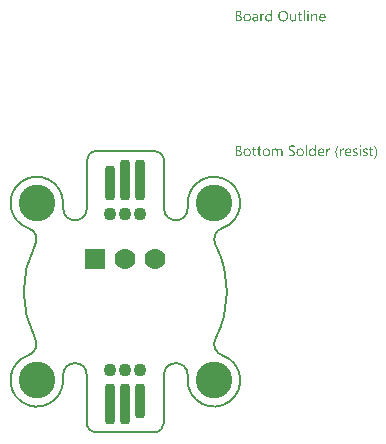
<source format=gbs>
G04*
G04 #@! TF.GenerationSoftware,Altium Limited,Altium Designer,21.8.1 (53)*
G04*
G04 Layer_Color=16711935*
%FSAX25Y25*%
%MOIN*%
G70*
G04*
G04 #@! TF.SameCoordinates,3D78823A-5127-4E2D-B847-EBBA5DFBE1E7*
G04*
G04*
G04 #@! TF.FilePolarity,Negative*
G04*
G01*
G75*
%ADD13C,0.00787*%
%ADD38C,0.06969*%
%ADD39R,0.06969X0.06969*%
%ADD41C,0.00591*%
%ADD42C,0.12205*%
G04:AMPARAMS|DCode=52|XSize=35.43mil|YSize=135.83mil|CornerRadius=13.82mil|HoleSize=0mil|Usage=FLASHONLY|Rotation=180.000|XOffset=0mil|YOffset=0mil|HoleType=Round|Shape=RoundedRectangle|*
%AMROUNDEDRECTD52*
21,1,0.03543,0.10819,0,0,180.0*
21,1,0.00780,0.13583,0,0,180.0*
1,1,0.02764,-0.00390,0.05409*
1,1,0.02764,0.00390,0.05409*
1,1,0.02764,0.00390,-0.05409*
1,1,0.02764,-0.00390,-0.05409*
%
%ADD52ROUNDEDRECTD52*%
G04:AMPARAMS|DCode=53|XSize=35.43mil|YSize=116.14mil|CornerRadius=13.82mil|HoleSize=0mil|Usage=FLASHONLY|Rotation=180.000|XOffset=0mil|YOffset=0mil|HoleType=Round|Shape=RoundedRectangle|*
%AMROUNDEDRECTD53*
21,1,0.03543,0.08850,0,0,180.0*
21,1,0.00780,0.11614,0,0,180.0*
1,1,0.02764,-0.00390,0.04425*
1,1,0.02764,0.00390,0.04425*
1,1,0.02764,0.00390,-0.04425*
1,1,0.02764,-0.00390,-0.04425*
%
%ADD53ROUNDEDRECTD53*%
%ADD54C,0.04331*%
G36*
X0060922Y0119764D02*
X0060946D01*
X0061002Y0119739D01*
X0061033Y0119720D01*
X0061064Y0119695D01*
X0061070Y0119689D01*
X0061076Y0119683D01*
X0061107Y0119646D01*
X0061132Y0119584D01*
X0061138Y0119547D01*
X0061145Y0119510D01*
Y0119503D01*
Y0119491D01*
X0061138Y0119473D01*
X0061132Y0119448D01*
X0061114Y0119386D01*
X0061089Y0119355D01*
X0061064Y0119324D01*
X0061058D01*
X0061052Y0119312D01*
X0061014Y0119287D01*
X0060959Y0119262D01*
X0060922Y0119256D01*
X0060884Y0119250D01*
X0060866D01*
X0060847Y0119256D01*
X0060823D01*
X0060761Y0119281D01*
X0060730Y0119293D01*
X0060699Y0119318D01*
Y0119324D01*
X0060686Y0119330D01*
X0060674Y0119349D01*
X0060662Y0119367D01*
X0060637Y0119429D01*
X0060631Y0119466D01*
X0060625Y0119510D01*
Y0119516D01*
Y0119528D01*
X0060631Y0119547D01*
X0060637Y0119578D01*
X0060655Y0119633D01*
X0060674Y0119665D01*
X0060699Y0119695D01*
X0060705Y0119702D01*
X0060711Y0119708D01*
X0060748Y0119733D01*
X0060810Y0119757D01*
X0060847Y0119770D01*
X0060903D01*
X0060922Y0119764D01*
D02*
G37*
G36*
X0048932Y0116099D02*
X0048529D01*
Y0116520D01*
X0048517D01*
Y0116514D01*
X0048504Y0116501D01*
X0048486Y0116477D01*
X0048467Y0116446D01*
X0048436Y0116409D01*
X0048399Y0116371D01*
X0048356Y0116328D01*
X0048307Y0116285D01*
X0048251Y0116235D01*
X0048183Y0116192D01*
X0048115Y0116155D01*
X0048034Y0116118D01*
X0047954Y0116087D01*
X0047861Y0116062D01*
X0047762Y0116050D01*
X0047657Y0116043D01*
X0047613D01*
X0047576Y0116050D01*
X0047539Y0116056D01*
X0047489Y0116062D01*
X0047384Y0116087D01*
X0047260Y0116124D01*
X0047137Y0116186D01*
X0047069Y0116223D01*
X0047013Y0116266D01*
X0046951Y0116322D01*
X0046895Y0116378D01*
Y0116384D01*
X0046883Y0116396D01*
X0046870Y0116415D01*
X0046852Y0116439D01*
X0046833Y0116470D01*
X0046808Y0116514D01*
X0046784Y0116563D01*
X0046759Y0116619D01*
X0046728Y0116681D01*
X0046703Y0116749D01*
X0046679Y0116823D01*
X0046660Y0116904D01*
X0046641Y0116990D01*
X0046629Y0117089D01*
X0046623Y0117189D01*
X0046617Y0117294D01*
Y0117300D01*
Y0117318D01*
Y0117356D01*
X0046623Y0117399D01*
X0046629Y0117448D01*
X0046635Y0117510D01*
X0046641Y0117578D01*
X0046654Y0117653D01*
X0046691Y0117814D01*
X0046747Y0117981D01*
X0046784Y0118061D01*
X0046827Y0118142D01*
X0046870Y0118216D01*
X0046926Y0118290D01*
X0046932Y0118297D01*
X0046938Y0118309D01*
X0046957Y0118327D01*
X0046982Y0118352D01*
X0047013Y0118377D01*
X0047056Y0118408D01*
X0047099Y0118445D01*
X0047149Y0118482D01*
X0047273Y0118550D01*
X0047415Y0118612D01*
X0047496Y0118631D01*
X0047582Y0118649D01*
X0047669Y0118662D01*
X0047768Y0118668D01*
X0047818D01*
X0047855Y0118662D01*
X0047892Y0118656D01*
X0047941Y0118649D01*
X0048053Y0118618D01*
X0048177Y0118569D01*
X0048238Y0118538D01*
X0048300Y0118495D01*
X0048362Y0118451D01*
X0048418Y0118395D01*
X0048467Y0118334D01*
X0048517Y0118259D01*
X0048529D01*
Y0119819D01*
X0048932D01*
Y0116099D01*
D02*
G37*
G36*
X0063200Y0118662D02*
X0063274Y0118656D01*
X0063367Y0118637D01*
X0063466Y0118606D01*
X0063571Y0118556D01*
X0063676Y0118488D01*
X0063720Y0118451D01*
X0063763Y0118402D01*
X0063775Y0118389D01*
X0063800Y0118352D01*
X0063831Y0118290D01*
X0063874Y0118204D01*
X0063911Y0118098D01*
X0063949Y0117968D01*
X0063973Y0117814D01*
X0063980Y0117634D01*
Y0116099D01*
X0063577D01*
Y0117529D01*
Y0117535D01*
Y0117566D01*
X0063571Y0117603D01*
Y0117653D01*
X0063559Y0117715D01*
X0063546Y0117783D01*
X0063528Y0117857D01*
X0063503Y0117931D01*
X0063472Y0118006D01*
X0063435Y0118074D01*
X0063385Y0118142D01*
X0063330Y0118204D01*
X0063268Y0118253D01*
X0063187Y0118290D01*
X0063101Y0118321D01*
X0062995Y0118327D01*
X0062983D01*
X0062946Y0118321D01*
X0062890Y0118315D01*
X0062822Y0118297D01*
X0062742Y0118272D01*
X0062655Y0118228D01*
X0062574Y0118173D01*
X0062494Y0118098D01*
X0062488Y0118086D01*
X0062463Y0118061D01*
X0062432Y0118012D01*
X0062395Y0117944D01*
X0062358Y0117863D01*
X0062327Y0117764D01*
X0062302Y0117653D01*
X0062296Y0117529D01*
Y0116099D01*
X0061893D01*
Y0118612D01*
X0062296D01*
Y0118191D01*
X0062308D01*
X0062314Y0118197D01*
X0062321Y0118210D01*
X0062339Y0118235D01*
X0062364Y0118265D01*
X0062389Y0118303D01*
X0062426Y0118340D01*
X0062469Y0118383D01*
X0062519Y0118433D01*
X0062574Y0118476D01*
X0062636Y0118519D01*
X0062704Y0118556D01*
X0062779Y0118594D01*
X0062853Y0118624D01*
X0062940Y0118649D01*
X0063033Y0118662D01*
X0063131Y0118668D01*
X0063169D01*
X0063200Y0118662D01*
D02*
G37*
G36*
X0046202Y0118649D02*
X0046276Y0118643D01*
X0046319Y0118631D01*
X0046350Y0118618D01*
Y0118204D01*
X0046344Y0118210D01*
X0046332Y0118216D01*
X0046307Y0118228D01*
X0046276Y0118247D01*
X0046233Y0118259D01*
X0046177Y0118272D01*
X0046115Y0118278D01*
X0046047Y0118284D01*
X0046035D01*
X0046004Y0118278D01*
X0045954Y0118272D01*
X0045899Y0118253D01*
X0045824Y0118222D01*
X0045756Y0118179D01*
X0045682Y0118117D01*
X0045614Y0118036D01*
X0045608Y0118024D01*
X0045589Y0117993D01*
X0045558Y0117938D01*
X0045527Y0117863D01*
X0045496Y0117770D01*
X0045465Y0117653D01*
X0045447Y0117523D01*
X0045441Y0117374D01*
Y0116099D01*
X0045038D01*
Y0118612D01*
X0045441D01*
Y0118092D01*
X0045453D01*
Y0118098D01*
X0045459Y0118105D01*
X0045471Y0118135D01*
X0045490Y0118185D01*
X0045521Y0118247D01*
X0045552Y0118309D01*
X0045601Y0118377D01*
X0045651Y0118445D01*
X0045713Y0118507D01*
X0045719Y0118513D01*
X0045744Y0118532D01*
X0045781Y0118556D01*
X0045831Y0118581D01*
X0045886Y0118606D01*
X0045954Y0118631D01*
X0046029Y0118649D01*
X0046109Y0118656D01*
X0046165D01*
X0046202Y0118649D01*
D02*
G37*
G36*
X0056941Y0116099D02*
X0056539D01*
Y0116495D01*
X0056527D01*
Y0116489D01*
X0056514Y0116477D01*
X0056502Y0116452D01*
X0056477Y0116427D01*
X0056422Y0116353D01*
X0056335Y0116272D01*
X0056285Y0116229D01*
X0056230Y0116186D01*
X0056168Y0116149D01*
X0056094Y0116111D01*
X0056019Y0116087D01*
X0055939Y0116062D01*
X0055846Y0116050D01*
X0055753Y0116043D01*
X0055716D01*
X0055673Y0116050D01*
X0055611Y0116062D01*
X0055543Y0116074D01*
X0055468Y0116099D01*
X0055388Y0116130D01*
X0055307Y0116180D01*
X0055221Y0116235D01*
X0055140Y0116303D01*
X0055066Y0116390D01*
X0054998Y0116495D01*
X0054936Y0116613D01*
X0054893Y0116755D01*
X0054868Y0116922D01*
X0054856Y0117009D01*
Y0117108D01*
Y0118612D01*
X0055252D01*
Y0117170D01*
Y0117164D01*
Y0117139D01*
X0055258Y0117096D01*
X0055264Y0117046D01*
X0055270Y0116984D01*
X0055283Y0116922D01*
X0055301Y0116848D01*
X0055326Y0116774D01*
X0055363Y0116700D01*
X0055400Y0116631D01*
X0055450Y0116563D01*
X0055512Y0116501D01*
X0055580Y0116452D01*
X0055660Y0116415D01*
X0055759Y0116384D01*
X0055864Y0116378D01*
X0055877D01*
X0055914Y0116384D01*
X0055970Y0116390D01*
X0056032Y0116402D01*
X0056112Y0116433D01*
X0056192Y0116470D01*
X0056273Y0116520D01*
X0056347Y0116594D01*
X0056353Y0116607D01*
X0056378Y0116631D01*
X0056409Y0116681D01*
X0056446Y0116749D01*
X0056477Y0116829D01*
X0056508Y0116929D01*
X0056533Y0117040D01*
X0056539Y0117164D01*
Y0118612D01*
X0056941D01*
Y0116099D01*
D02*
G37*
G36*
X0061076D02*
X0060674D01*
Y0118612D01*
X0061076D01*
Y0116099D01*
D02*
G37*
G36*
X0059857D02*
X0059455D01*
Y0119819D01*
X0059857D01*
Y0116099D01*
D02*
G37*
G36*
X0043478Y0118662D02*
X0043534Y0118656D01*
X0043602Y0118637D01*
X0043676Y0118618D01*
X0043757Y0118587D01*
X0043843Y0118550D01*
X0043924Y0118501D01*
X0044004Y0118439D01*
X0044079Y0118365D01*
X0044147Y0118272D01*
X0044203Y0118166D01*
X0044246Y0118043D01*
X0044271Y0117900D01*
X0044283Y0117733D01*
Y0116099D01*
X0043881D01*
Y0116489D01*
X0043868D01*
Y0116483D01*
X0043856Y0116470D01*
X0043843Y0116446D01*
X0043819Y0116421D01*
X0043757Y0116347D01*
X0043676Y0116266D01*
X0043565Y0116186D01*
X0043435Y0116111D01*
X0043354Y0116087D01*
X0043274Y0116062D01*
X0043187Y0116050D01*
X0043095Y0116043D01*
X0043057D01*
X0043033Y0116050D01*
X0042965Y0116056D01*
X0042884Y0116068D01*
X0042785Y0116093D01*
X0042692Y0116124D01*
X0042593Y0116173D01*
X0042506Y0116235D01*
X0042500Y0116248D01*
X0042476Y0116272D01*
X0042438Y0116316D01*
X0042401Y0116378D01*
X0042364Y0116452D01*
X0042327Y0116539D01*
X0042302Y0116644D01*
X0042296Y0116761D01*
Y0116768D01*
Y0116792D01*
X0042302Y0116829D01*
X0042308Y0116873D01*
X0042321Y0116929D01*
X0042339Y0116990D01*
X0042364Y0117059D01*
X0042401Y0117127D01*
X0042445Y0117201D01*
X0042500Y0117275D01*
X0042568Y0117343D01*
X0042649Y0117405D01*
X0042742Y0117467D01*
X0042853Y0117517D01*
X0042977Y0117554D01*
X0043125Y0117585D01*
X0043881Y0117690D01*
Y0117696D01*
Y0117715D01*
X0043874Y0117752D01*
Y0117789D01*
X0043862Y0117838D01*
X0043856Y0117894D01*
X0043819Y0118012D01*
X0043788Y0118068D01*
X0043757Y0118123D01*
X0043714Y0118179D01*
X0043664Y0118228D01*
X0043602Y0118272D01*
X0043534Y0118303D01*
X0043453Y0118321D01*
X0043361Y0118327D01*
X0043317D01*
X0043286Y0118321D01*
X0043243D01*
X0043200Y0118309D01*
X0043088Y0118290D01*
X0042965Y0118253D01*
X0042828Y0118197D01*
X0042754Y0118160D01*
X0042686Y0118123D01*
X0042612Y0118074D01*
X0042544Y0118018D01*
Y0118433D01*
X0042550D01*
X0042562Y0118445D01*
X0042581Y0118457D01*
X0042612Y0118470D01*
X0042643Y0118488D01*
X0042686Y0118507D01*
X0042735Y0118526D01*
X0042791Y0118550D01*
X0042915Y0118594D01*
X0043064Y0118631D01*
X0043224Y0118656D01*
X0043398Y0118668D01*
X0043435D01*
X0043478Y0118662D01*
D02*
G37*
G36*
X0037790Y0119609D02*
X0037833D01*
X0037876Y0119603D01*
X0037975Y0119590D01*
X0038093Y0119559D01*
X0038217Y0119522D01*
X0038334Y0119466D01*
X0038440Y0119392D01*
X0038446D01*
X0038452Y0119380D01*
X0038483Y0119355D01*
X0038526Y0119305D01*
X0038576Y0119237D01*
X0038619Y0119151D01*
X0038662Y0119052D01*
X0038693Y0118940D01*
X0038706Y0118878D01*
Y0118810D01*
Y0118804D01*
Y0118798D01*
Y0118761D01*
X0038700Y0118705D01*
X0038687Y0118637D01*
X0038669Y0118550D01*
X0038638Y0118464D01*
X0038601Y0118377D01*
X0038545Y0118290D01*
X0038539Y0118278D01*
X0038514Y0118253D01*
X0038477Y0118216D01*
X0038427Y0118166D01*
X0038365Y0118117D01*
X0038291Y0118061D01*
X0038198Y0118018D01*
X0038099Y0117975D01*
Y0117968D01*
X0038118D01*
X0038136Y0117962D01*
X0038155Y0117956D01*
X0038223Y0117944D01*
X0038303Y0117919D01*
X0038390Y0117882D01*
X0038483Y0117838D01*
X0038576Y0117777D01*
X0038662Y0117696D01*
X0038675Y0117684D01*
X0038700Y0117653D01*
X0038730Y0117609D01*
X0038774Y0117541D01*
X0038811Y0117455D01*
X0038848Y0117356D01*
X0038873Y0117238D01*
X0038879Y0117108D01*
Y0117102D01*
Y0117089D01*
Y0117065D01*
X0038873Y0117034D01*
X0038867Y0116997D01*
X0038860Y0116953D01*
X0038836Y0116848D01*
X0038799Y0116730D01*
X0038743Y0116607D01*
X0038706Y0116551D01*
X0038662Y0116489D01*
X0038607Y0116433D01*
X0038551Y0116378D01*
X0038545D01*
X0038539Y0116365D01*
X0038520Y0116353D01*
X0038495Y0116334D01*
X0038464Y0116316D01*
X0038421Y0116291D01*
X0038328Y0116241D01*
X0038211Y0116186D01*
X0038074Y0116142D01*
X0037914Y0116111D01*
X0037833Y0116105D01*
X0037740Y0116099D01*
X0036713D01*
Y0119615D01*
X0037759D01*
X0037790Y0119609D01*
D02*
G37*
G36*
X0058285Y0118612D02*
X0058922D01*
Y0118265D01*
X0058285D01*
Y0116848D01*
Y0116836D01*
Y0116805D01*
X0058291Y0116761D01*
X0058297Y0116706D01*
X0058322Y0116588D01*
X0058340Y0116532D01*
X0058371Y0116489D01*
X0058378Y0116483D01*
X0058390Y0116470D01*
X0058408Y0116458D01*
X0058439Y0116439D01*
X0058477Y0116415D01*
X0058526Y0116402D01*
X0058588Y0116390D01*
X0058656Y0116384D01*
X0058681D01*
X0058712Y0116390D01*
X0058749Y0116396D01*
X0058836Y0116421D01*
X0058879Y0116439D01*
X0058922Y0116464D01*
Y0116118D01*
X0058916D01*
X0058898Y0116105D01*
X0058867Y0116099D01*
X0058823Y0116087D01*
X0058768Y0116074D01*
X0058706Y0116062D01*
X0058631Y0116056D01*
X0058545Y0116050D01*
X0058514D01*
X0058483Y0116056D01*
X0058439Y0116062D01*
X0058390Y0116074D01*
X0058334Y0116087D01*
X0058279Y0116111D01*
X0058217Y0116142D01*
X0058155Y0116180D01*
X0058093Y0116229D01*
X0058037Y0116285D01*
X0057988Y0116359D01*
X0057944Y0116439D01*
X0057913Y0116539D01*
X0057889Y0116650D01*
X0057882Y0116780D01*
Y0118265D01*
X0057455D01*
Y0118612D01*
X0057882D01*
Y0119225D01*
X0058285Y0119355D01*
Y0118612D01*
D02*
G37*
G36*
X0065812Y0118662D02*
X0065855Y0118656D01*
X0065898Y0118649D01*
X0066010Y0118631D01*
X0066134Y0118587D01*
X0066258Y0118532D01*
X0066319Y0118495D01*
X0066381Y0118451D01*
X0066437Y0118402D01*
X0066493Y0118346D01*
X0066499Y0118340D01*
X0066505Y0118334D01*
X0066517Y0118315D01*
X0066536Y0118290D01*
X0066555Y0118253D01*
X0066579Y0118216D01*
X0066604Y0118173D01*
X0066629Y0118117D01*
X0066654Y0118055D01*
X0066678Y0117993D01*
X0066703Y0117919D01*
X0066722Y0117838D01*
X0066740Y0117752D01*
X0066753Y0117665D01*
X0066765Y0117566D01*
Y0117461D01*
Y0117250D01*
X0064988D01*
Y0117244D01*
Y0117232D01*
Y0117213D01*
X0064995Y0117182D01*
X0065001Y0117145D01*
Y0117108D01*
X0065020Y0117009D01*
X0065050Y0116910D01*
X0065087Y0116798D01*
X0065143Y0116693D01*
X0065211Y0116600D01*
X0065224Y0116588D01*
X0065249Y0116563D01*
X0065298Y0116532D01*
X0065366Y0116489D01*
X0065453Y0116446D01*
X0065552Y0116415D01*
X0065669Y0116390D01*
X0065806Y0116378D01*
X0065849D01*
X0065880Y0116384D01*
X0065917D01*
X0065960Y0116390D01*
X0066066Y0116415D01*
X0066183Y0116446D01*
X0066313Y0116495D01*
X0066449Y0116563D01*
X0066517Y0116607D01*
X0066585Y0116656D01*
Y0116279D01*
X0066579D01*
X0066573Y0116266D01*
X0066555Y0116260D01*
X0066524Y0116241D01*
X0066493Y0116223D01*
X0066456Y0116204D01*
X0066406Y0116186D01*
X0066356Y0116161D01*
X0066295Y0116136D01*
X0066227Y0116118D01*
X0066078Y0116080D01*
X0065905Y0116056D01*
X0065713Y0116043D01*
X0065663D01*
X0065626Y0116050D01*
X0065583Y0116056D01*
X0065527Y0116062D01*
X0065409Y0116087D01*
X0065273Y0116124D01*
X0065137Y0116186D01*
X0065069Y0116229D01*
X0065001Y0116272D01*
X0064939Y0116322D01*
X0064877Y0116384D01*
X0064871Y0116390D01*
X0064865Y0116402D01*
X0064852Y0116421D01*
X0064828Y0116446D01*
X0064809Y0116483D01*
X0064784Y0116526D01*
X0064753Y0116576D01*
X0064728Y0116631D01*
X0064698Y0116693D01*
X0064673Y0116768D01*
X0064642Y0116848D01*
X0064623Y0116935D01*
X0064605Y0117027D01*
X0064586Y0117127D01*
X0064580Y0117232D01*
X0064574Y0117343D01*
Y0117349D01*
Y0117368D01*
Y0117399D01*
X0064580Y0117442D01*
X0064586Y0117492D01*
X0064592Y0117548D01*
X0064599Y0117616D01*
X0064617Y0117684D01*
X0064654Y0117832D01*
X0064710Y0117993D01*
X0064747Y0118074D01*
X0064797Y0118148D01*
X0064846Y0118228D01*
X0064902Y0118297D01*
X0064908Y0118303D01*
X0064920Y0118315D01*
X0064939Y0118334D01*
X0064964Y0118352D01*
X0064995Y0118383D01*
X0065032Y0118414D01*
X0065081Y0118445D01*
X0065131Y0118482D01*
X0065249Y0118550D01*
X0065391Y0118612D01*
X0065471Y0118631D01*
X0065552Y0118649D01*
X0065639Y0118662D01*
X0065731Y0118668D01*
X0065781D01*
X0065812Y0118662D01*
D02*
G37*
G36*
X0052769Y0119671D02*
X0052831Y0119665D01*
X0052906Y0119652D01*
X0052986Y0119633D01*
X0053073Y0119615D01*
X0053159Y0119590D01*
X0053259Y0119559D01*
X0053351Y0119516D01*
X0053450Y0119466D01*
X0053549Y0119411D01*
X0053642Y0119343D01*
X0053735Y0119268D01*
X0053822Y0119182D01*
X0053828Y0119176D01*
X0053840Y0119157D01*
X0053865Y0119132D01*
X0053890Y0119095D01*
X0053927Y0119045D01*
X0053964Y0118984D01*
X0054001Y0118915D01*
X0054045Y0118841D01*
X0054088Y0118748D01*
X0054125Y0118656D01*
X0054162Y0118550D01*
X0054199Y0118433D01*
X0054224Y0118315D01*
X0054249Y0118185D01*
X0054261Y0118043D01*
X0054267Y0117900D01*
Y0117888D01*
Y0117863D01*
Y0117820D01*
X0054261Y0117758D01*
X0054255Y0117684D01*
X0054243Y0117603D01*
X0054230Y0117510D01*
X0054212Y0117405D01*
X0054187Y0117300D01*
X0054156Y0117189D01*
X0054119Y0117077D01*
X0054075Y0116966D01*
X0054020Y0116848D01*
X0053958Y0116743D01*
X0053890Y0116638D01*
X0053809Y0116539D01*
X0053803Y0116532D01*
X0053791Y0116520D01*
X0053760Y0116495D01*
X0053729Y0116464D01*
X0053679Y0116421D01*
X0053624Y0116384D01*
X0053562Y0116334D01*
X0053487Y0116291D01*
X0053407Y0116248D01*
X0053314Y0116198D01*
X0053215Y0116161D01*
X0053104Y0116124D01*
X0052986Y0116087D01*
X0052862Y0116062D01*
X0052732Y0116050D01*
X0052590Y0116043D01*
X0052559D01*
X0052516Y0116050D01*
X0052466D01*
X0052404Y0116056D01*
X0052330Y0116068D01*
X0052249Y0116087D01*
X0052157Y0116105D01*
X0052064Y0116130D01*
X0051965Y0116161D01*
X0051866Y0116204D01*
X0051767Y0116248D01*
X0051668Y0116303D01*
X0051569Y0116371D01*
X0051476Y0116446D01*
X0051389Y0116532D01*
X0051383Y0116539D01*
X0051371Y0116557D01*
X0051346Y0116582D01*
X0051321Y0116619D01*
X0051284Y0116668D01*
X0051247Y0116730D01*
X0051210Y0116798D01*
X0051166Y0116879D01*
X0051123Y0116966D01*
X0051086Y0117059D01*
X0051049Y0117164D01*
X0051012Y0117281D01*
X0050987Y0117399D01*
X0050962Y0117529D01*
X0050950Y0117671D01*
X0050943Y0117814D01*
Y0117826D01*
Y0117851D01*
X0050950Y0117894D01*
Y0117956D01*
X0050956Y0118024D01*
X0050968Y0118111D01*
X0050981Y0118204D01*
X0050999Y0118303D01*
X0051024Y0118408D01*
X0051055Y0118519D01*
X0051092Y0118631D01*
X0051135Y0118742D01*
X0051191Y0118854D01*
X0051253Y0118965D01*
X0051321Y0119070D01*
X0051402Y0119169D01*
X0051408Y0119176D01*
X0051420Y0119194D01*
X0051451Y0119219D01*
X0051488Y0119250D01*
X0051531Y0119287D01*
X0051587Y0119330D01*
X0051655Y0119374D01*
X0051730Y0119423D01*
X0051816Y0119473D01*
X0051909Y0119516D01*
X0052008Y0119559D01*
X0052119Y0119596D01*
X0052243Y0119627D01*
X0052373Y0119658D01*
X0052509Y0119671D01*
X0052652Y0119677D01*
X0052720D01*
X0052769Y0119671D01*
D02*
G37*
G36*
X0040742Y0118662D02*
X0040786Y0118656D01*
X0040841Y0118649D01*
X0040965Y0118624D01*
X0041107Y0118581D01*
X0041250Y0118519D01*
X0041324Y0118482D01*
X0041392Y0118439D01*
X0041460Y0118383D01*
X0041522Y0118321D01*
X0041528Y0118315D01*
X0041535Y0118303D01*
X0041553Y0118284D01*
X0041572Y0118259D01*
X0041596Y0118222D01*
X0041621Y0118179D01*
X0041652Y0118129D01*
X0041683Y0118074D01*
X0041708Y0118006D01*
X0041739Y0117938D01*
X0041764Y0117857D01*
X0041788Y0117770D01*
X0041807Y0117677D01*
X0041826Y0117578D01*
X0041832Y0117473D01*
X0041838Y0117362D01*
Y0117356D01*
Y0117337D01*
Y0117306D01*
X0041832Y0117263D01*
X0041826Y0117213D01*
X0041819Y0117151D01*
X0041807Y0117089D01*
X0041795Y0117015D01*
X0041757Y0116867D01*
X0041695Y0116706D01*
X0041658Y0116625D01*
X0041609Y0116545D01*
X0041559Y0116470D01*
X0041497Y0116402D01*
X0041491Y0116396D01*
X0041479Y0116390D01*
X0041460Y0116371D01*
X0041436Y0116347D01*
X0041398Y0116322D01*
X0041361Y0116291D01*
X0041312Y0116254D01*
X0041256Y0116223D01*
X0041194Y0116192D01*
X0041126Y0116155D01*
X0041052Y0116124D01*
X0040971Y0116099D01*
X0040885Y0116074D01*
X0040792Y0116062D01*
X0040693Y0116050D01*
X0040587Y0116043D01*
X0040532D01*
X0040495Y0116050D01*
X0040451Y0116056D01*
X0040396Y0116062D01*
X0040334Y0116074D01*
X0040266Y0116087D01*
X0040123Y0116130D01*
X0039975Y0116192D01*
X0039900Y0116229D01*
X0039832Y0116279D01*
X0039764Y0116328D01*
X0039696Y0116390D01*
X0039690Y0116396D01*
X0039684Y0116409D01*
X0039665Y0116427D01*
X0039647Y0116452D01*
X0039622Y0116489D01*
X0039591Y0116532D01*
X0039560Y0116582D01*
X0039535Y0116638D01*
X0039504Y0116706D01*
X0039473Y0116774D01*
X0039442Y0116848D01*
X0039418Y0116935D01*
X0039380Y0117120D01*
X0039374Y0117219D01*
X0039368Y0117325D01*
Y0117331D01*
Y0117356D01*
Y0117387D01*
X0039374Y0117430D01*
X0039380Y0117479D01*
X0039387Y0117541D01*
X0039399Y0117609D01*
X0039411Y0117684D01*
X0039449Y0117845D01*
X0039511Y0118006D01*
X0039554Y0118086D01*
X0039597Y0118166D01*
X0039647Y0118241D01*
X0039709Y0118309D01*
X0039715Y0118315D01*
X0039727Y0118327D01*
X0039746Y0118340D01*
X0039770Y0118365D01*
X0039808Y0118389D01*
X0039851Y0118420D01*
X0039900Y0118457D01*
X0039956Y0118488D01*
X0040018Y0118519D01*
X0040092Y0118556D01*
X0040167Y0118587D01*
X0040253Y0118612D01*
X0040340Y0118637D01*
X0040439Y0118656D01*
X0040544Y0118662D01*
X0040649Y0118668D01*
X0040705D01*
X0040742Y0118662D01*
D02*
G37*
G36*
X0078353Y0074837D02*
X0078377D01*
X0078433Y0074812D01*
X0078464Y0074794D01*
X0078495Y0074769D01*
X0078501Y0074763D01*
X0078508Y0074756D01*
X0078538Y0074719D01*
X0078563Y0074657D01*
X0078569Y0074620D01*
X0078576Y0074583D01*
Y0074577D01*
Y0074565D01*
X0078569Y0074546D01*
X0078563Y0074521D01*
X0078545Y0074459D01*
X0078520Y0074428D01*
X0078495Y0074397D01*
X0078489D01*
X0078483Y0074385D01*
X0078446Y0074360D01*
X0078390Y0074336D01*
X0078353Y0074329D01*
X0078316Y0074323D01*
X0078297D01*
X0078278Y0074329D01*
X0078254D01*
X0078192Y0074354D01*
X0078161Y0074367D01*
X0078130Y0074391D01*
Y0074397D01*
X0078118Y0074404D01*
X0078105Y0074422D01*
X0078093Y0074441D01*
X0078068Y0074503D01*
X0078062Y0074540D01*
X0078056Y0074583D01*
Y0074589D01*
Y0074602D01*
X0078062Y0074620D01*
X0078068Y0074651D01*
X0078087Y0074707D01*
X0078105Y0074738D01*
X0078130Y0074769D01*
X0078136Y0074775D01*
X0078142Y0074781D01*
X0078179Y0074806D01*
X0078241Y0074831D01*
X0078278Y0074843D01*
X0078334D01*
X0078353Y0074837D01*
D02*
G37*
G36*
X0055784Y0074744D02*
X0055834D01*
X0055945Y0074732D01*
X0056069Y0074719D01*
X0056192Y0074695D01*
X0056310Y0074664D01*
X0056360Y0074645D01*
X0056409Y0074620D01*
Y0074156D01*
X0056403D01*
X0056397Y0074168D01*
X0056378Y0074175D01*
X0056353Y0074193D01*
X0056322Y0074206D01*
X0056285Y0074224D01*
X0056192Y0074268D01*
X0056081Y0074305D01*
X0055945Y0074342D01*
X0055784Y0074367D01*
X0055611Y0074373D01*
X0055561D01*
X0055524Y0074367D01*
X0055487D01*
X0055437Y0074360D01*
X0055338Y0074342D01*
X0055332D01*
X0055313Y0074336D01*
X0055289Y0074329D01*
X0055258Y0074323D01*
X0055184Y0074292D01*
X0055097Y0074255D01*
X0055091D01*
X0055078Y0074243D01*
X0055060Y0074230D01*
X0055035Y0074212D01*
X0054979Y0074156D01*
X0054924Y0074088D01*
Y0074082D01*
X0054911Y0074069D01*
X0054905Y0074051D01*
X0054893Y0074020D01*
X0054880Y0073983D01*
X0054874Y0073946D01*
X0054862Y0073847D01*
Y0073840D01*
Y0073822D01*
Y0073797D01*
X0054868Y0073766D01*
X0054880Y0073692D01*
X0054911Y0073611D01*
Y0073605D01*
X0054924Y0073593D01*
X0054930Y0073574D01*
X0054948Y0073549D01*
X0054998Y0073494D01*
X0055060Y0073432D01*
X0055066Y0073426D01*
X0055078Y0073419D01*
X0055097Y0073401D01*
X0055128Y0073382D01*
X0055165Y0073358D01*
X0055202Y0073333D01*
X0055301Y0073271D01*
X0055307Y0073265D01*
X0055326Y0073259D01*
X0055357Y0073240D01*
X0055394Y0073221D01*
X0055444Y0073197D01*
X0055499Y0073172D01*
X0055623Y0073110D01*
X0055629Y0073104D01*
X0055654Y0073091D01*
X0055691Y0073073D01*
X0055741Y0073048D01*
X0055796Y0073023D01*
X0055858Y0072986D01*
X0055982Y0072912D01*
X0055988Y0072906D01*
X0056013Y0072893D01*
X0056044Y0072875D01*
X0056087Y0072844D01*
X0056180Y0072770D01*
X0056279Y0072683D01*
X0056285Y0072677D01*
X0056304Y0072664D01*
X0056322Y0072633D01*
X0056353Y0072602D01*
X0056384Y0072559D01*
X0056422Y0072516D01*
X0056484Y0072404D01*
X0056490Y0072398D01*
X0056496Y0072380D01*
X0056508Y0072349D01*
X0056521Y0072305D01*
X0056533Y0072256D01*
X0056545Y0072194D01*
X0056558Y0072132D01*
Y0072058D01*
Y0072045D01*
Y0072014D01*
X0056551Y0071965D01*
X0056545Y0071903D01*
X0056533Y0071835D01*
X0056514Y0071761D01*
X0056490Y0071686D01*
X0056453Y0071618D01*
X0056446Y0071612D01*
X0056434Y0071587D01*
X0056409Y0071556D01*
X0056384Y0071513D01*
X0056341Y0071470D01*
X0056298Y0071420D01*
X0056242Y0071371D01*
X0056180Y0071321D01*
X0056174Y0071315D01*
X0056149Y0071302D01*
X0056112Y0071284D01*
X0056063Y0071259D01*
X0056007Y0071234D01*
X0055939Y0071210D01*
X0055858Y0071185D01*
X0055778Y0071166D01*
X0055765D01*
X0055741Y0071160D01*
X0055697Y0071154D01*
X0055635Y0071142D01*
X0055567Y0071135D01*
X0055487Y0071123D01*
X0055400Y0071117D01*
X0055252D01*
X0055184Y0071123D01*
X0055097Y0071129D01*
X0055078D01*
X0055054Y0071135D01*
X0055023Y0071142D01*
X0054942Y0071148D01*
X0054849Y0071166D01*
X0054843D01*
X0054825Y0071172D01*
X0054800Y0071179D01*
X0054769Y0071185D01*
X0054694Y0071204D01*
X0054608Y0071228D01*
X0054602D01*
X0054589Y0071234D01*
X0054571Y0071241D01*
X0054546Y0071253D01*
X0054484Y0071278D01*
X0054422Y0071315D01*
Y0071798D01*
X0054428Y0071791D01*
X0054441Y0071785D01*
X0054453Y0071773D01*
X0054478Y0071754D01*
X0054546Y0071711D01*
X0054626Y0071662D01*
X0054633D01*
X0054645Y0071655D01*
X0054670Y0071643D01*
X0054701Y0071631D01*
X0054781Y0071593D01*
X0054868Y0071562D01*
X0054874D01*
X0054893Y0071556D01*
X0054917Y0071550D01*
X0054948Y0071544D01*
X0055035Y0071519D01*
X0055128Y0071501D01*
X0055153D01*
X0055177Y0071494D01*
X0055208D01*
X0055283Y0071488D01*
X0055369Y0071482D01*
X0055431D01*
X0055499Y0071488D01*
X0055586Y0071501D01*
X0055679Y0071513D01*
X0055772Y0071538D01*
X0055858Y0071575D01*
X0055939Y0071618D01*
X0055945Y0071624D01*
X0055970Y0071643D01*
X0056001Y0071680D01*
X0056032Y0071723D01*
X0056069Y0071779D01*
X0056094Y0071853D01*
X0056118Y0071934D01*
X0056124Y0072027D01*
Y0072033D01*
Y0072052D01*
Y0072076D01*
X0056118Y0072113D01*
X0056100Y0072194D01*
X0056063Y0072274D01*
Y0072281D01*
X0056050Y0072293D01*
X0056038Y0072312D01*
X0056019Y0072336D01*
X0055963Y0072398D01*
X0055889Y0072466D01*
X0055883Y0072472D01*
X0055871Y0072485D01*
X0055846Y0072497D01*
X0055815Y0072522D01*
X0055778Y0072547D01*
X0055734Y0072578D01*
X0055629Y0072633D01*
X0055623Y0072640D01*
X0055604Y0072646D01*
X0055573Y0072664D01*
X0055530Y0072683D01*
X0055487Y0072714D01*
X0055431Y0072739D01*
X0055301Y0072807D01*
X0055295Y0072813D01*
X0055270Y0072825D01*
X0055233Y0072844D01*
X0055190Y0072862D01*
X0055140Y0072893D01*
X0055085Y0072924D01*
X0054961Y0072992D01*
X0054954Y0072999D01*
X0054936Y0073011D01*
X0054905Y0073030D01*
X0054868Y0073054D01*
X0054775Y0073122D01*
X0054682Y0073203D01*
X0054676Y0073209D01*
X0054664Y0073221D01*
X0054639Y0073246D01*
X0054614Y0073277D01*
X0054583Y0073321D01*
X0054552Y0073364D01*
X0054497Y0073463D01*
Y0073469D01*
X0054484Y0073488D01*
X0054478Y0073519D01*
X0054466Y0073562D01*
X0054453Y0073611D01*
X0054441Y0073673D01*
X0054435Y0073735D01*
X0054428Y0073809D01*
Y0073822D01*
Y0073853D01*
X0054435Y0073896D01*
X0054441Y0073952D01*
X0054453Y0074020D01*
X0054472Y0074088D01*
X0054497Y0074156D01*
X0054534Y0074224D01*
X0054540Y0074230D01*
X0054552Y0074255D01*
X0054577Y0074286D01*
X0054608Y0074329D01*
X0054645Y0074373D01*
X0054694Y0074422D01*
X0054750Y0074472D01*
X0054812Y0074515D01*
X0054818Y0074521D01*
X0054843Y0074534D01*
X0054880Y0074559D01*
X0054924Y0074583D01*
X0054985Y0074608D01*
X0055047Y0074639D01*
X0055122Y0074664D01*
X0055202Y0074689D01*
X0055215D01*
X0055239Y0074701D01*
X0055283Y0074707D01*
X0055344Y0074719D01*
X0055413Y0074732D01*
X0055487Y0074738D01*
X0055654Y0074750D01*
X0055741D01*
X0055784Y0074744D01*
D02*
G37*
G36*
X0063515Y0071172D02*
X0063113D01*
Y0071593D01*
X0063101D01*
Y0071587D01*
X0063088Y0071575D01*
X0063070Y0071550D01*
X0063051Y0071519D01*
X0063020Y0071482D01*
X0062983Y0071445D01*
X0062940Y0071402D01*
X0062890Y0071358D01*
X0062834Y0071309D01*
X0062766Y0071265D01*
X0062698Y0071228D01*
X0062618Y0071191D01*
X0062537Y0071160D01*
X0062444Y0071135D01*
X0062345Y0071123D01*
X0062240Y0071117D01*
X0062197D01*
X0062160Y0071123D01*
X0062122Y0071129D01*
X0062073Y0071135D01*
X0061968Y0071160D01*
X0061844Y0071197D01*
X0061720Y0071259D01*
X0061652Y0071296D01*
X0061596Y0071340D01*
X0061535Y0071395D01*
X0061479Y0071451D01*
Y0071457D01*
X0061466Y0071470D01*
X0061454Y0071488D01*
X0061436Y0071513D01*
X0061417Y0071544D01*
X0061392Y0071587D01*
X0061367Y0071637D01*
X0061343Y0071693D01*
X0061312Y0071754D01*
X0061287Y0071823D01*
X0061262Y0071897D01*
X0061244Y0071977D01*
X0061225Y0072064D01*
X0061213Y0072163D01*
X0061206Y0072262D01*
X0061200Y0072367D01*
Y0072373D01*
Y0072392D01*
Y0072429D01*
X0061206Y0072472D01*
X0061213Y0072522D01*
X0061219Y0072584D01*
X0061225Y0072652D01*
X0061237Y0072726D01*
X0061274Y0072887D01*
X0061330Y0073054D01*
X0061367Y0073135D01*
X0061411Y0073215D01*
X0061454Y0073290D01*
X0061510Y0073364D01*
X0061516Y0073370D01*
X0061522Y0073382D01*
X0061541Y0073401D01*
X0061565Y0073426D01*
X0061596Y0073450D01*
X0061640Y0073481D01*
X0061683Y0073519D01*
X0061733Y0073556D01*
X0061856Y0073624D01*
X0061999Y0073686D01*
X0062079Y0073704D01*
X0062166Y0073723D01*
X0062252Y0073735D01*
X0062352Y0073741D01*
X0062401D01*
X0062438Y0073735D01*
X0062475Y0073729D01*
X0062525Y0073723D01*
X0062636Y0073692D01*
X0062760Y0073642D01*
X0062822Y0073611D01*
X0062884Y0073568D01*
X0062946Y0073525D01*
X0063002Y0073469D01*
X0063051Y0073407D01*
X0063101Y0073333D01*
X0063113D01*
Y0074893D01*
X0063515D01*
Y0071172D01*
D02*
G37*
G36*
X0080259Y0073735D02*
X0080340Y0073729D01*
X0080426Y0073717D01*
X0080525Y0073692D01*
X0080625Y0073667D01*
X0080724Y0073630D01*
Y0073221D01*
X0080711Y0073228D01*
X0080674Y0073252D01*
X0080618Y0073277D01*
X0080544Y0073314D01*
X0080451Y0073345D01*
X0080340Y0073376D01*
X0080216Y0073395D01*
X0080086Y0073401D01*
X0080018D01*
X0079956Y0073388D01*
X0079882Y0073376D01*
X0079875D01*
X0079869Y0073370D01*
X0079832Y0073358D01*
X0079783Y0073333D01*
X0079727Y0073302D01*
X0079715Y0073296D01*
X0079690Y0073271D01*
X0079659Y0073234D01*
X0079628Y0073190D01*
X0079622Y0073178D01*
X0079609Y0073147D01*
X0079597Y0073104D01*
X0079591Y0073048D01*
Y0073042D01*
Y0073030D01*
Y0073011D01*
X0079597Y0072992D01*
X0079609Y0072937D01*
X0079628Y0072881D01*
X0079634Y0072869D01*
X0079653Y0072844D01*
X0079690Y0072807D01*
X0079733Y0072763D01*
X0079739D01*
X0079746Y0072757D01*
X0079783Y0072732D01*
X0079832Y0072702D01*
X0079900Y0072671D01*
X0079906D01*
X0079919Y0072664D01*
X0079937Y0072658D01*
X0079968Y0072646D01*
X0080036Y0072621D01*
X0080123Y0072584D01*
X0080129D01*
X0080154Y0072571D01*
X0080185Y0072559D01*
X0080222Y0072547D01*
X0080321Y0072503D01*
X0080420Y0072454D01*
X0080426D01*
X0080445Y0072442D01*
X0080470Y0072429D01*
X0080501Y0072411D01*
X0080575Y0072361D01*
X0080649Y0072299D01*
X0080655Y0072293D01*
X0080668Y0072287D01*
X0080680Y0072268D01*
X0080705Y0072243D01*
X0080748Y0072181D01*
X0080792Y0072101D01*
Y0072095D01*
X0080798Y0072083D01*
X0080810Y0072058D01*
X0080816Y0072027D01*
X0080829Y0071990D01*
X0080835Y0071946D01*
X0080841Y0071841D01*
Y0071835D01*
Y0071810D01*
X0080835Y0071773D01*
X0080829Y0071730D01*
X0080822Y0071680D01*
X0080804Y0071624D01*
X0080785Y0071575D01*
X0080754Y0071519D01*
X0080748Y0071513D01*
X0080742Y0071494D01*
X0080724Y0071470D01*
X0080699Y0071439D01*
X0080668Y0071402D01*
X0080631Y0071364D01*
X0080538Y0071290D01*
X0080532Y0071284D01*
X0080513Y0071278D01*
X0080488Y0071259D01*
X0080445Y0071241D01*
X0080402Y0071216D01*
X0080346Y0071197D01*
X0080290Y0071179D01*
X0080222Y0071160D01*
X0080216D01*
X0080191Y0071154D01*
X0080154Y0071148D01*
X0080111Y0071142D01*
X0080049Y0071129D01*
X0079987Y0071123D01*
X0079844Y0071117D01*
X0079783D01*
X0079708Y0071123D01*
X0079615Y0071135D01*
X0079510Y0071154D01*
X0079399Y0071179D01*
X0079287Y0071210D01*
X0079176Y0071259D01*
Y0071693D01*
X0079182D01*
X0079188Y0071680D01*
X0079207Y0071668D01*
X0079232Y0071655D01*
X0079300Y0071618D01*
X0079393Y0071575D01*
X0079498Y0071525D01*
X0079622Y0071488D01*
X0079758Y0071464D01*
X0079900Y0071451D01*
X0079950D01*
X0079981Y0071457D01*
X0080067Y0071470D01*
X0080166Y0071494D01*
X0080259Y0071538D01*
X0080303Y0071569D01*
X0080346Y0071600D01*
X0080377Y0071643D01*
X0080402Y0071686D01*
X0080420Y0071742D01*
X0080426Y0071804D01*
Y0071810D01*
Y0071823D01*
Y0071841D01*
X0080420Y0071860D01*
X0080408Y0071915D01*
X0080383Y0071971D01*
Y0071977D01*
X0080377Y0071983D01*
X0080352Y0072014D01*
X0080315Y0072058D01*
X0080259Y0072095D01*
X0080253D01*
X0080247Y0072107D01*
X0080210Y0072126D01*
X0080154Y0072163D01*
X0080080Y0072194D01*
X0080073D01*
X0080061Y0072200D01*
X0080043Y0072212D01*
X0080012Y0072225D01*
X0079944Y0072250D01*
X0079857Y0072287D01*
X0079851D01*
X0079826Y0072299D01*
X0079795Y0072312D01*
X0079758Y0072324D01*
X0079659Y0072367D01*
X0079560Y0072417D01*
X0079554Y0072423D01*
X0079541Y0072429D01*
X0079516Y0072442D01*
X0079485Y0072460D01*
X0079417Y0072510D01*
X0079349Y0072565D01*
X0079343Y0072571D01*
X0079337Y0072578D01*
X0079318Y0072596D01*
X0079300Y0072621D01*
X0079256Y0072683D01*
X0079219Y0072757D01*
Y0072763D01*
X0079213Y0072776D01*
X0079207Y0072800D01*
X0079201Y0072831D01*
X0079195Y0072869D01*
X0079188Y0072912D01*
X0079182Y0073017D01*
Y0073023D01*
Y0073048D01*
X0079188Y0073079D01*
X0079195Y0073122D01*
X0079201Y0073172D01*
X0079219Y0073221D01*
X0079238Y0073277D01*
X0079263Y0073327D01*
X0079269Y0073333D01*
X0079275Y0073351D01*
X0079294Y0073376D01*
X0079318Y0073407D01*
X0079387Y0073481D01*
X0079473Y0073556D01*
X0079479Y0073562D01*
X0079498Y0073568D01*
X0079523Y0073587D01*
X0079566Y0073605D01*
X0079609Y0073630D01*
X0079659Y0073655D01*
X0079783Y0073692D01*
X0079789D01*
X0079814Y0073698D01*
X0079844Y0073710D01*
X0079894Y0073717D01*
X0079944Y0073729D01*
X0080005Y0073735D01*
X0080142Y0073741D01*
X0080197D01*
X0080259Y0073735D01*
D02*
G37*
G36*
X0076904D02*
X0076985Y0073729D01*
X0077071Y0073717D01*
X0077170Y0073692D01*
X0077270Y0073667D01*
X0077368Y0073630D01*
Y0073221D01*
X0077356Y0073228D01*
X0077319Y0073252D01*
X0077263Y0073277D01*
X0077189Y0073314D01*
X0077096Y0073345D01*
X0076985Y0073376D01*
X0076861Y0073395D01*
X0076731Y0073401D01*
X0076663D01*
X0076601Y0073388D01*
X0076527Y0073376D01*
X0076521D01*
X0076514Y0073370D01*
X0076477Y0073358D01*
X0076428Y0073333D01*
X0076372Y0073302D01*
X0076359Y0073296D01*
X0076335Y0073271D01*
X0076304Y0073234D01*
X0076273Y0073190D01*
X0076267Y0073178D01*
X0076254Y0073147D01*
X0076242Y0073104D01*
X0076236Y0073048D01*
Y0073042D01*
Y0073030D01*
Y0073011D01*
X0076242Y0072992D01*
X0076254Y0072937D01*
X0076273Y0072881D01*
X0076279Y0072869D01*
X0076298Y0072844D01*
X0076335Y0072807D01*
X0076378Y0072763D01*
X0076384D01*
X0076390Y0072757D01*
X0076428Y0072732D01*
X0076477Y0072702D01*
X0076545Y0072671D01*
X0076551D01*
X0076564Y0072664D01*
X0076582Y0072658D01*
X0076613Y0072646D01*
X0076681Y0072621D01*
X0076768Y0072584D01*
X0076774D01*
X0076799Y0072571D01*
X0076830Y0072559D01*
X0076867Y0072547D01*
X0076966Y0072503D01*
X0077065Y0072454D01*
X0077071D01*
X0077090Y0072442D01*
X0077115Y0072429D01*
X0077146Y0072411D01*
X0077220Y0072361D01*
X0077294Y0072299D01*
X0077300Y0072293D01*
X0077313Y0072287D01*
X0077325Y0072268D01*
X0077350Y0072243D01*
X0077393Y0072181D01*
X0077437Y0072101D01*
Y0072095D01*
X0077443Y0072083D01*
X0077455Y0072058D01*
X0077461Y0072027D01*
X0077474Y0071990D01*
X0077480Y0071946D01*
X0077486Y0071841D01*
Y0071835D01*
Y0071810D01*
X0077480Y0071773D01*
X0077474Y0071730D01*
X0077468Y0071680D01*
X0077449Y0071624D01*
X0077430Y0071575D01*
X0077399Y0071519D01*
X0077393Y0071513D01*
X0077387Y0071494D01*
X0077368Y0071470D01*
X0077344Y0071439D01*
X0077313Y0071402D01*
X0077276Y0071364D01*
X0077183Y0071290D01*
X0077177Y0071284D01*
X0077158Y0071278D01*
X0077133Y0071259D01*
X0077090Y0071241D01*
X0077047Y0071216D01*
X0076991Y0071197D01*
X0076935Y0071179D01*
X0076867Y0071160D01*
X0076861D01*
X0076836Y0071154D01*
X0076799Y0071148D01*
X0076756Y0071142D01*
X0076694Y0071129D01*
X0076632Y0071123D01*
X0076490Y0071117D01*
X0076428D01*
X0076353Y0071123D01*
X0076261Y0071135D01*
X0076155Y0071154D01*
X0076044Y0071179D01*
X0075932Y0071210D01*
X0075821Y0071259D01*
Y0071693D01*
X0075827D01*
X0075833Y0071680D01*
X0075852Y0071668D01*
X0075877Y0071655D01*
X0075945Y0071618D01*
X0076038Y0071575D01*
X0076143Y0071525D01*
X0076267Y0071488D01*
X0076403Y0071464D01*
X0076545Y0071451D01*
X0076595D01*
X0076626Y0071457D01*
X0076712Y0071470D01*
X0076811Y0071494D01*
X0076904Y0071538D01*
X0076948Y0071569D01*
X0076991Y0071600D01*
X0077022Y0071643D01*
X0077047Y0071686D01*
X0077065Y0071742D01*
X0077071Y0071804D01*
Y0071810D01*
Y0071823D01*
Y0071841D01*
X0077065Y0071860D01*
X0077053Y0071915D01*
X0077028Y0071971D01*
Y0071977D01*
X0077022Y0071983D01*
X0076997Y0072014D01*
X0076960Y0072058D01*
X0076904Y0072095D01*
X0076898D01*
X0076892Y0072107D01*
X0076855Y0072126D01*
X0076799Y0072163D01*
X0076725Y0072194D01*
X0076719D01*
X0076706Y0072200D01*
X0076688Y0072212D01*
X0076657Y0072225D01*
X0076589Y0072250D01*
X0076502Y0072287D01*
X0076496D01*
X0076471Y0072299D01*
X0076440Y0072312D01*
X0076403Y0072324D01*
X0076304Y0072367D01*
X0076205Y0072417D01*
X0076199Y0072423D01*
X0076186Y0072429D01*
X0076161Y0072442D01*
X0076130Y0072460D01*
X0076062Y0072510D01*
X0075994Y0072565D01*
X0075988Y0072571D01*
X0075982Y0072578D01*
X0075963Y0072596D01*
X0075945Y0072621D01*
X0075902Y0072683D01*
X0075864Y0072757D01*
Y0072763D01*
X0075858Y0072776D01*
X0075852Y0072800D01*
X0075846Y0072831D01*
X0075840Y0072869D01*
X0075833Y0072912D01*
X0075827Y0073017D01*
Y0073023D01*
Y0073048D01*
X0075833Y0073079D01*
X0075840Y0073122D01*
X0075846Y0073172D01*
X0075864Y0073221D01*
X0075883Y0073277D01*
X0075908Y0073327D01*
X0075914Y0073333D01*
X0075920Y0073351D01*
X0075939Y0073376D01*
X0075963Y0073407D01*
X0076032Y0073481D01*
X0076118Y0073556D01*
X0076124Y0073562D01*
X0076143Y0073568D01*
X0076168Y0073587D01*
X0076211Y0073605D01*
X0076254Y0073630D01*
X0076304Y0073655D01*
X0076428Y0073692D01*
X0076434D01*
X0076459Y0073698D01*
X0076490Y0073710D01*
X0076539Y0073717D01*
X0076589Y0073729D01*
X0076651Y0073735D01*
X0076787Y0073741D01*
X0076842D01*
X0076904Y0073735D01*
D02*
G37*
G36*
X0051649D02*
X0051705Y0073723D01*
X0051767Y0073710D01*
X0051835Y0073686D01*
X0051915Y0073655D01*
X0051990Y0073611D01*
X0052070Y0073562D01*
X0052144Y0073494D01*
X0052212Y0073407D01*
X0052274Y0073308D01*
X0052330Y0073197D01*
X0052367Y0073054D01*
X0052398Y0072900D01*
X0052404Y0072720D01*
Y0071172D01*
X0052002D01*
Y0072615D01*
Y0072621D01*
Y0072633D01*
Y0072652D01*
Y0072683D01*
X0051996Y0072757D01*
X0051983Y0072844D01*
X0051971Y0072943D01*
X0051946Y0073042D01*
X0051915Y0073135D01*
X0051872Y0073215D01*
X0051866Y0073221D01*
X0051847Y0073246D01*
X0051816Y0073277D01*
X0051767Y0073308D01*
X0051711Y0073345D01*
X0051637Y0073370D01*
X0051544Y0073395D01*
X0051439Y0073401D01*
X0051426D01*
X0051395Y0073395D01*
X0051346Y0073388D01*
X0051284Y0073370D01*
X0051216Y0073345D01*
X0051142Y0073302D01*
X0051067Y0073246D01*
X0050999Y0073166D01*
X0050993Y0073153D01*
X0050974Y0073122D01*
X0050943Y0073073D01*
X0050912Y0073005D01*
X0050875Y0072924D01*
X0050850Y0072831D01*
X0050826Y0072720D01*
X0050820Y0072602D01*
Y0071172D01*
X0050417D01*
Y0072664D01*
Y0072671D01*
Y0072695D01*
X0050411Y0072732D01*
Y0072782D01*
X0050399Y0072838D01*
X0050386Y0072900D01*
X0050368Y0072961D01*
X0050349Y0073036D01*
X0050318Y0073104D01*
X0050281Y0073166D01*
X0050231Y0073228D01*
X0050176Y0073283D01*
X0050114Y0073333D01*
X0050033Y0073370D01*
X0049947Y0073395D01*
X0049848Y0073401D01*
X0049835D01*
X0049804Y0073395D01*
X0049755Y0073388D01*
X0049693Y0073376D01*
X0049625Y0073345D01*
X0049551Y0073308D01*
X0049476Y0073252D01*
X0049408Y0073178D01*
X0049402Y0073166D01*
X0049384Y0073141D01*
X0049353Y0073091D01*
X0049322Y0073023D01*
X0049291Y0072943D01*
X0049260Y0072844D01*
X0049241Y0072732D01*
X0049235Y0072602D01*
Y0071172D01*
X0048833D01*
Y0073686D01*
X0049235D01*
Y0073283D01*
X0049247D01*
X0049253Y0073290D01*
X0049260Y0073302D01*
X0049278Y0073327D01*
X0049297Y0073358D01*
X0049359Y0073426D01*
X0049445Y0073512D01*
X0049557Y0073599D01*
X0049687Y0073667D01*
X0049767Y0073698D01*
X0049848Y0073723D01*
X0049934Y0073735D01*
X0050027Y0073741D01*
X0050071D01*
X0050120Y0073735D01*
X0050182Y0073723D01*
X0050250Y0073704D01*
X0050324Y0073680D01*
X0050399Y0073649D01*
X0050473Y0073599D01*
X0050479Y0073593D01*
X0050504Y0073574D01*
X0050535Y0073543D01*
X0050578Y0073500D01*
X0050621Y0073444D01*
X0050665Y0073382D01*
X0050708Y0073308D01*
X0050739Y0073221D01*
X0050745Y0073228D01*
X0050752Y0073246D01*
X0050770Y0073271D01*
X0050789Y0073302D01*
X0050820Y0073345D01*
X0050857Y0073388D01*
X0050900Y0073432D01*
X0050950Y0073481D01*
X0051005Y0073531D01*
X0051067Y0073574D01*
X0051135Y0073624D01*
X0051210Y0073661D01*
X0051290Y0073692D01*
X0051377Y0073717D01*
X0051476Y0073735D01*
X0051575Y0073741D01*
X0051612D01*
X0051649Y0073735D01*
D02*
G37*
G36*
X0072757Y0073723D02*
X0072831Y0073717D01*
X0072875Y0073704D01*
X0072905Y0073692D01*
Y0073277D01*
X0072899Y0073283D01*
X0072887Y0073290D01*
X0072862Y0073302D01*
X0072831Y0073321D01*
X0072788Y0073333D01*
X0072732Y0073345D01*
X0072670Y0073351D01*
X0072602Y0073358D01*
X0072590D01*
X0072559Y0073351D01*
X0072509Y0073345D01*
X0072454Y0073327D01*
X0072379Y0073296D01*
X0072311Y0073252D01*
X0072237Y0073190D01*
X0072169Y0073110D01*
X0072163Y0073098D01*
X0072144Y0073067D01*
X0072113Y0073011D01*
X0072082Y0072937D01*
X0072051Y0072844D01*
X0072020Y0072726D01*
X0072002Y0072596D01*
X0071996Y0072448D01*
Y0071172D01*
X0071593D01*
Y0073686D01*
X0071996D01*
Y0073166D01*
X0072008D01*
Y0073172D01*
X0072014Y0073178D01*
X0072026Y0073209D01*
X0072045Y0073259D01*
X0072076Y0073321D01*
X0072107Y0073382D01*
X0072157Y0073450D01*
X0072206Y0073519D01*
X0072268Y0073580D01*
X0072274Y0073587D01*
X0072299Y0073605D01*
X0072336Y0073630D01*
X0072386Y0073655D01*
X0072441Y0073680D01*
X0072509Y0073704D01*
X0072584Y0073723D01*
X0072664Y0073729D01*
X0072720D01*
X0072757Y0073723D01*
D02*
G37*
G36*
X0068121D02*
X0068195Y0073717D01*
X0068238Y0073704D01*
X0068269Y0073692D01*
Y0073277D01*
X0068263Y0073283D01*
X0068251Y0073290D01*
X0068226Y0073302D01*
X0068195Y0073321D01*
X0068152Y0073333D01*
X0068096Y0073345D01*
X0068034Y0073351D01*
X0067966Y0073358D01*
X0067953D01*
X0067923Y0073351D01*
X0067873Y0073345D01*
X0067817Y0073327D01*
X0067743Y0073296D01*
X0067675Y0073252D01*
X0067601Y0073190D01*
X0067533Y0073110D01*
X0067526Y0073098D01*
X0067508Y0073067D01*
X0067477Y0073011D01*
X0067446Y0072937D01*
X0067415Y0072844D01*
X0067384Y0072726D01*
X0067365Y0072596D01*
X0067359Y0072448D01*
Y0071172D01*
X0066957D01*
Y0073686D01*
X0067359D01*
Y0073166D01*
X0067372D01*
Y0073172D01*
X0067378Y0073178D01*
X0067390Y0073209D01*
X0067409Y0073259D01*
X0067440Y0073321D01*
X0067471Y0073382D01*
X0067520Y0073450D01*
X0067570Y0073519D01*
X0067632Y0073580D01*
X0067638Y0073587D01*
X0067663Y0073605D01*
X0067700Y0073630D01*
X0067749Y0073655D01*
X0067805Y0073680D01*
X0067873Y0073704D01*
X0067947Y0073723D01*
X0068028Y0073729D01*
X0068084D01*
X0068121Y0073723D01*
D02*
G37*
G36*
X0078508Y0071172D02*
X0078105D01*
Y0073686D01*
X0078508D01*
Y0071172D01*
D02*
G37*
G36*
X0060550D02*
X0060148D01*
Y0074893D01*
X0060550D01*
Y0071172D01*
D02*
G37*
G36*
X0037790Y0074682D02*
X0037833D01*
X0037876Y0074676D01*
X0037975Y0074664D01*
X0038093Y0074633D01*
X0038217Y0074596D01*
X0038334Y0074540D01*
X0038440Y0074466D01*
X0038446D01*
X0038452Y0074453D01*
X0038483Y0074428D01*
X0038526Y0074379D01*
X0038576Y0074311D01*
X0038619Y0074224D01*
X0038662Y0074125D01*
X0038693Y0074014D01*
X0038706Y0073952D01*
Y0073884D01*
Y0073878D01*
Y0073871D01*
Y0073834D01*
X0038700Y0073778D01*
X0038687Y0073710D01*
X0038669Y0073624D01*
X0038638Y0073537D01*
X0038601Y0073450D01*
X0038545Y0073364D01*
X0038539Y0073351D01*
X0038514Y0073327D01*
X0038477Y0073290D01*
X0038427Y0073240D01*
X0038365Y0073190D01*
X0038291Y0073135D01*
X0038198Y0073091D01*
X0038099Y0073048D01*
Y0073042D01*
X0038118D01*
X0038136Y0073036D01*
X0038155Y0073030D01*
X0038223Y0073017D01*
X0038303Y0072992D01*
X0038390Y0072955D01*
X0038483Y0072912D01*
X0038576Y0072850D01*
X0038662Y0072770D01*
X0038675Y0072757D01*
X0038700Y0072726D01*
X0038730Y0072683D01*
X0038774Y0072615D01*
X0038811Y0072528D01*
X0038848Y0072429D01*
X0038873Y0072312D01*
X0038879Y0072181D01*
Y0072175D01*
Y0072163D01*
Y0072138D01*
X0038873Y0072107D01*
X0038867Y0072070D01*
X0038860Y0072027D01*
X0038836Y0071921D01*
X0038799Y0071804D01*
X0038743Y0071680D01*
X0038706Y0071624D01*
X0038662Y0071562D01*
X0038607Y0071507D01*
X0038551Y0071451D01*
X0038545D01*
X0038539Y0071439D01*
X0038520Y0071426D01*
X0038495Y0071408D01*
X0038464Y0071389D01*
X0038421Y0071364D01*
X0038328Y0071315D01*
X0038211Y0071259D01*
X0038074Y0071216D01*
X0037914Y0071185D01*
X0037833Y0071179D01*
X0037740Y0071172D01*
X0036713D01*
Y0074689D01*
X0037759D01*
X0037790Y0074682D01*
D02*
G37*
G36*
X0081992Y0073686D02*
X0082630D01*
Y0073339D01*
X0081992D01*
Y0071921D01*
Y0071909D01*
Y0071878D01*
X0081999Y0071835D01*
X0082005Y0071779D01*
X0082030Y0071662D01*
X0082048Y0071606D01*
X0082079Y0071562D01*
X0082085Y0071556D01*
X0082098Y0071544D01*
X0082116Y0071532D01*
X0082147Y0071513D01*
X0082184Y0071488D01*
X0082234Y0071476D01*
X0082296Y0071464D01*
X0082364Y0071457D01*
X0082389D01*
X0082420Y0071464D01*
X0082457Y0071470D01*
X0082543Y0071494D01*
X0082587Y0071513D01*
X0082630Y0071538D01*
Y0071191D01*
X0082624D01*
X0082605Y0071179D01*
X0082574Y0071172D01*
X0082531Y0071160D01*
X0082475Y0071148D01*
X0082413Y0071135D01*
X0082339Y0071129D01*
X0082252Y0071123D01*
X0082222D01*
X0082191Y0071129D01*
X0082147Y0071135D01*
X0082098Y0071148D01*
X0082042Y0071160D01*
X0081986Y0071185D01*
X0081924Y0071216D01*
X0081862Y0071253D01*
X0081801Y0071302D01*
X0081745Y0071358D01*
X0081695Y0071433D01*
X0081652Y0071513D01*
X0081621Y0071612D01*
X0081596Y0071723D01*
X0081590Y0071853D01*
Y0073339D01*
X0081163D01*
Y0073686D01*
X0081590D01*
Y0074299D01*
X0081992Y0074428D01*
Y0073686D01*
D02*
G37*
G36*
X0044716D02*
X0045354D01*
Y0073339D01*
X0044716D01*
Y0071921D01*
Y0071909D01*
Y0071878D01*
X0044722Y0071835D01*
X0044729Y0071779D01*
X0044753Y0071662D01*
X0044772Y0071606D01*
X0044803Y0071562D01*
X0044809Y0071556D01*
X0044822Y0071544D01*
X0044840Y0071532D01*
X0044871Y0071513D01*
X0044908Y0071488D01*
X0044958Y0071476D01*
X0045020Y0071464D01*
X0045088Y0071457D01*
X0045112D01*
X0045143Y0071464D01*
X0045180Y0071470D01*
X0045267Y0071494D01*
X0045311Y0071513D01*
X0045354Y0071538D01*
Y0071191D01*
X0045348D01*
X0045329Y0071179D01*
X0045298Y0071172D01*
X0045255Y0071160D01*
X0045199Y0071148D01*
X0045137Y0071135D01*
X0045063Y0071129D01*
X0044976Y0071123D01*
X0044945D01*
X0044914Y0071129D01*
X0044871Y0071135D01*
X0044822Y0071148D01*
X0044766Y0071160D01*
X0044710Y0071185D01*
X0044648Y0071216D01*
X0044586Y0071253D01*
X0044524Y0071302D01*
X0044469Y0071358D01*
X0044419Y0071433D01*
X0044376Y0071513D01*
X0044345Y0071612D01*
X0044320Y0071723D01*
X0044314Y0071853D01*
Y0073339D01*
X0043887D01*
Y0073686D01*
X0044314D01*
Y0074299D01*
X0044716Y0074428D01*
Y0073686D01*
D02*
G37*
G36*
X0043014D02*
X0043652D01*
Y0073339D01*
X0043014D01*
Y0071921D01*
Y0071909D01*
Y0071878D01*
X0043020Y0071835D01*
X0043026Y0071779D01*
X0043051Y0071662D01*
X0043070Y0071606D01*
X0043101Y0071562D01*
X0043107Y0071556D01*
X0043119Y0071544D01*
X0043138Y0071532D01*
X0043169Y0071513D01*
X0043206Y0071488D01*
X0043255Y0071476D01*
X0043317Y0071464D01*
X0043385Y0071457D01*
X0043410D01*
X0043441Y0071464D01*
X0043478Y0071470D01*
X0043565Y0071494D01*
X0043608Y0071513D01*
X0043652Y0071538D01*
Y0071191D01*
X0043645D01*
X0043627Y0071179D01*
X0043596Y0071172D01*
X0043553Y0071160D01*
X0043497Y0071148D01*
X0043435Y0071135D01*
X0043361Y0071129D01*
X0043274Y0071123D01*
X0043243D01*
X0043212Y0071129D01*
X0043169Y0071135D01*
X0043119Y0071148D01*
X0043064Y0071160D01*
X0043008Y0071185D01*
X0042946Y0071216D01*
X0042884Y0071253D01*
X0042822Y0071302D01*
X0042766Y0071358D01*
X0042717Y0071433D01*
X0042674Y0071513D01*
X0042643Y0071612D01*
X0042618Y0071723D01*
X0042612Y0071853D01*
Y0073339D01*
X0042185D01*
Y0073686D01*
X0042612D01*
Y0074299D01*
X0043014Y0074428D01*
Y0073686D01*
D02*
G37*
G36*
X0074410Y0073735D02*
X0074453Y0073729D01*
X0074496Y0073723D01*
X0074608Y0073704D01*
X0074732Y0073661D01*
X0074855Y0073605D01*
X0074917Y0073568D01*
X0074979Y0073525D01*
X0075035Y0073475D01*
X0075091Y0073419D01*
X0075097Y0073413D01*
X0075103Y0073407D01*
X0075115Y0073388D01*
X0075134Y0073364D01*
X0075152Y0073327D01*
X0075177Y0073290D01*
X0075202Y0073246D01*
X0075227Y0073190D01*
X0075252Y0073129D01*
X0075276Y0073067D01*
X0075301Y0072992D01*
X0075320Y0072912D01*
X0075338Y0072825D01*
X0075351Y0072739D01*
X0075363Y0072640D01*
Y0072534D01*
Y0072324D01*
X0073586D01*
Y0072318D01*
Y0072305D01*
Y0072287D01*
X0073593Y0072256D01*
X0073599Y0072219D01*
Y0072181D01*
X0073617Y0072083D01*
X0073648Y0071983D01*
X0073685Y0071872D01*
X0073741Y0071767D01*
X0073809Y0071674D01*
X0073822Y0071662D01*
X0073846Y0071637D01*
X0073896Y0071606D01*
X0073964Y0071562D01*
X0074051Y0071519D01*
X0074150Y0071488D01*
X0074267Y0071464D01*
X0074404Y0071451D01*
X0074447D01*
X0074478Y0071457D01*
X0074515D01*
X0074558Y0071464D01*
X0074664Y0071488D01*
X0074781Y0071519D01*
X0074911Y0071569D01*
X0075047Y0071637D01*
X0075115Y0071680D01*
X0075183Y0071730D01*
Y0071352D01*
X0075177D01*
X0075171Y0071340D01*
X0075152Y0071333D01*
X0075121Y0071315D01*
X0075091Y0071296D01*
X0075053Y0071278D01*
X0075004Y0071259D01*
X0074954Y0071234D01*
X0074892Y0071210D01*
X0074824Y0071191D01*
X0074676Y0071154D01*
X0074502Y0071129D01*
X0074311Y0071117D01*
X0074261D01*
X0074224Y0071123D01*
X0074181Y0071129D01*
X0074125Y0071135D01*
X0074007Y0071160D01*
X0073871Y0071197D01*
X0073735Y0071259D01*
X0073667Y0071302D01*
X0073599Y0071346D01*
X0073537Y0071395D01*
X0073475Y0071457D01*
X0073469Y0071464D01*
X0073463Y0071476D01*
X0073450Y0071494D01*
X0073426Y0071519D01*
X0073407Y0071556D01*
X0073382Y0071600D01*
X0073351Y0071649D01*
X0073326Y0071705D01*
X0073295Y0071767D01*
X0073271Y0071841D01*
X0073240Y0071921D01*
X0073221Y0072008D01*
X0073203Y0072101D01*
X0073184Y0072200D01*
X0073178Y0072305D01*
X0073172Y0072417D01*
Y0072423D01*
Y0072442D01*
Y0072472D01*
X0073178Y0072516D01*
X0073184Y0072565D01*
X0073190Y0072621D01*
X0073197Y0072689D01*
X0073215Y0072757D01*
X0073252Y0072906D01*
X0073308Y0073067D01*
X0073345Y0073147D01*
X0073395Y0073221D01*
X0073444Y0073302D01*
X0073500Y0073370D01*
X0073506Y0073376D01*
X0073518Y0073388D01*
X0073537Y0073407D01*
X0073562Y0073426D01*
X0073593Y0073457D01*
X0073630Y0073488D01*
X0073679Y0073519D01*
X0073729Y0073556D01*
X0073846Y0073624D01*
X0073989Y0073686D01*
X0074069Y0073704D01*
X0074150Y0073723D01*
X0074236Y0073735D01*
X0074329Y0073741D01*
X0074379D01*
X0074410Y0073735D01*
D02*
G37*
G36*
X0065397D02*
X0065440Y0073729D01*
X0065484Y0073723D01*
X0065595Y0073704D01*
X0065719Y0073661D01*
X0065843Y0073605D01*
X0065905Y0073568D01*
X0065966Y0073525D01*
X0066022Y0073475D01*
X0066078Y0073419D01*
X0066084Y0073413D01*
X0066090Y0073407D01*
X0066103Y0073388D01*
X0066121Y0073364D01*
X0066140Y0073327D01*
X0066165Y0073290D01*
X0066189Y0073246D01*
X0066214Y0073190D01*
X0066239Y0073129D01*
X0066264Y0073067D01*
X0066288Y0072992D01*
X0066307Y0072912D01*
X0066325Y0072825D01*
X0066338Y0072739D01*
X0066350Y0072640D01*
Y0072534D01*
Y0072324D01*
X0064574D01*
Y0072318D01*
Y0072305D01*
Y0072287D01*
X0064580Y0072256D01*
X0064586Y0072219D01*
Y0072181D01*
X0064605Y0072083D01*
X0064636Y0071983D01*
X0064673Y0071872D01*
X0064728Y0071767D01*
X0064797Y0071674D01*
X0064809Y0071662D01*
X0064834Y0071637D01*
X0064883Y0071606D01*
X0064951Y0071562D01*
X0065038Y0071519D01*
X0065137Y0071488D01*
X0065255Y0071464D01*
X0065391Y0071451D01*
X0065434D01*
X0065465Y0071457D01*
X0065502D01*
X0065546Y0071464D01*
X0065651Y0071488D01*
X0065768Y0071519D01*
X0065898Y0071569D01*
X0066035Y0071637D01*
X0066103Y0071680D01*
X0066171Y0071730D01*
Y0071352D01*
X0066165D01*
X0066158Y0071340D01*
X0066140Y0071333D01*
X0066109Y0071315D01*
X0066078Y0071296D01*
X0066041Y0071278D01*
X0065991Y0071259D01*
X0065942Y0071234D01*
X0065880Y0071210D01*
X0065812Y0071191D01*
X0065663Y0071154D01*
X0065490Y0071129D01*
X0065298Y0071117D01*
X0065249D01*
X0065211Y0071123D01*
X0065168Y0071129D01*
X0065112Y0071135D01*
X0064995Y0071160D01*
X0064859Y0071197D01*
X0064722Y0071259D01*
X0064654Y0071302D01*
X0064586Y0071346D01*
X0064524Y0071395D01*
X0064462Y0071457D01*
X0064456Y0071464D01*
X0064450Y0071476D01*
X0064438Y0071494D01*
X0064413Y0071519D01*
X0064394Y0071556D01*
X0064369Y0071600D01*
X0064339Y0071649D01*
X0064314Y0071705D01*
X0064283Y0071767D01*
X0064258Y0071841D01*
X0064227Y0071921D01*
X0064209Y0072008D01*
X0064190Y0072101D01*
X0064171Y0072200D01*
X0064165Y0072305D01*
X0064159Y0072417D01*
Y0072423D01*
Y0072442D01*
Y0072472D01*
X0064165Y0072516D01*
X0064171Y0072565D01*
X0064178Y0072621D01*
X0064184Y0072689D01*
X0064202Y0072757D01*
X0064240Y0072906D01*
X0064295Y0073067D01*
X0064332Y0073147D01*
X0064382Y0073221D01*
X0064431Y0073302D01*
X0064487Y0073370D01*
X0064493Y0073376D01*
X0064506Y0073388D01*
X0064524Y0073407D01*
X0064549Y0073426D01*
X0064580Y0073457D01*
X0064617Y0073488D01*
X0064667Y0073519D01*
X0064716Y0073556D01*
X0064834Y0073624D01*
X0064976Y0073686D01*
X0065057Y0073704D01*
X0065137Y0073723D01*
X0065224Y0073735D01*
X0065317Y0073741D01*
X0065366D01*
X0065397Y0073735D01*
D02*
G37*
G36*
X0058408D02*
X0058452Y0073729D01*
X0058508Y0073723D01*
X0058631Y0073698D01*
X0058774Y0073655D01*
X0058916Y0073593D01*
X0058990Y0073556D01*
X0059058Y0073512D01*
X0059127Y0073457D01*
X0059188Y0073395D01*
X0059195Y0073388D01*
X0059201Y0073376D01*
X0059219Y0073358D01*
X0059238Y0073333D01*
X0059263Y0073296D01*
X0059288Y0073252D01*
X0059319Y0073203D01*
X0059349Y0073147D01*
X0059374Y0073079D01*
X0059405Y0073011D01*
X0059430Y0072931D01*
X0059455Y0072844D01*
X0059473Y0072751D01*
X0059492Y0072652D01*
X0059498Y0072547D01*
X0059504Y0072435D01*
Y0072429D01*
Y0072411D01*
Y0072380D01*
X0059498Y0072336D01*
X0059492Y0072287D01*
X0059486Y0072225D01*
X0059473Y0072163D01*
X0059461Y0072089D01*
X0059424Y0071940D01*
X0059362Y0071779D01*
X0059325Y0071699D01*
X0059275Y0071618D01*
X0059226Y0071544D01*
X0059164Y0071476D01*
X0059158Y0071470D01*
X0059145Y0071464D01*
X0059127Y0071445D01*
X0059102Y0071420D01*
X0059065Y0071395D01*
X0059027Y0071364D01*
X0058978Y0071327D01*
X0058922Y0071296D01*
X0058860Y0071265D01*
X0058792Y0071228D01*
X0058718Y0071197D01*
X0058638Y0071172D01*
X0058551Y0071148D01*
X0058458Y0071135D01*
X0058359Y0071123D01*
X0058254Y0071117D01*
X0058198D01*
X0058161Y0071123D01*
X0058118Y0071129D01*
X0058062Y0071135D01*
X0058000Y0071148D01*
X0057932Y0071160D01*
X0057789Y0071204D01*
X0057641Y0071265D01*
X0057567Y0071302D01*
X0057499Y0071352D01*
X0057430Y0071402D01*
X0057362Y0071464D01*
X0057356Y0071470D01*
X0057350Y0071482D01*
X0057332Y0071501D01*
X0057313Y0071525D01*
X0057288Y0071562D01*
X0057257Y0071606D01*
X0057226Y0071655D01*
X0057201Y0071711D01*
X0057170Y0071779D01*
X0057140Y0071847D01*
X0057109Y0071921D01*
X0057084Y0072008D01*
X0057047Y0072194D01*
X0057041Y0072293D01*
X0057034Y0072398D01*
Y0072404D01*
Y0072429D01*
Y0072460D01*
X0057041Y0072503D01*
X0057047Y0072553D01*
X0057053Y0072615D01*
X0057065Y0072683D01*
X0057078Y0072757D01*
X0057115Y0072918D01*
X0057177Y0073079D01*
X0057220Y0073159D01*
X0057263Y0073240D01*
X0057313Y0073314D01*
X0057375Y0073382D01*
X0057381Y0073388D01*
X0057393Y0073401D01*
X0057412Y0073413D01*
X0057437Y0073438D01*
X0057474Y0073463D01*
X0057517Y0073494D01*
X0057567Y0073531D01*
X0057622Y0073562D01*
X0057684Y0073593D01*
X0057759Y0073630D01*
X0057833Y0073661D01*
X0057920Y0073686D01*
X0058006Y0073710D01*
X0058105Y0073729D01*
X0058210Y0073735D01*
X0058316Y0073741D01*
X0058371D01*
X0058408Y0073735D01*
D02*
G37*
G36*
X0047093D02*
X0047137Y0073729D01*
X0047192Y0073723D01*
X0047316Y0073698D01*
X0047458Y0073655D01*
X0047601Y0073593D01*
X0047675Y0073556D01*
X0047743Y0073512D01*
X0047811Y0073457D01*
X0047873Y0073395D01*
X0047879Y0073388D01*
X0047886Y0073376D01*
X0047904Y0073358D01*
X0047923Y0073333D01*
X0047947Y0073296D01*
X0047972Y0073252D01*
X0048003Y0073203D01*
X0048034Y0073147D01*
X0048059Y0073079D01*
X0048090Y0073011D01*
X0048115Y0072931D01*
X0048139Y0072844D01*
X0048158Y0072751D01*
X0048177Y0072652D01*
X0048183Y0072547D01*
X0048189Y0072435D01*
Y0072429D01*
Y0072411D01*
Y0072380D01*
X0048183Y0072336D01*
X0048177Y0072287D01*
X0048170Y0072225D01*
X0048158Y0072163D01*
X0048145Y0072089D01*
X0048108Y0071940D01*
X0048046Y0071779D01*
X0048009Y0071699D01*
X0047960Y0071618D01*
X0047910Y0071544D01*
X0047848Y0071476D01*
X0047842Y0071470D01*
X0047830Y0071464D01*
X0047811Y0071445D01*
X0047787Y0071420D01*
X0047749Y0071395D01*
X0047712Y0071364D01*
X0047663Y0071327D01*
X0047607Y0071296D01*
X0047545Y0071265D01*
X0047477Y0071228D01*
X0047403Y0071197D01*
X0047322Y0071172D01*
X0047236Y0071148D01*
X0047143Y0071135D01*
X0047044Y0071123D01*
X0046938Y0071117D01*
X0046883D01*
X0046846Y0071123D01*
X0046802Y0071129D01*
X0046747Y0071135D01*
X0046685Y0071148D01*
X0046617Y0071160D01*
X0046474Y0071204D01*
X0046326Y0071265D01*
X0046251Y0071302D01*
X0046183Y0071352D01*
X0046115Y0071402D01*
X0046047Y0071464D01*
X0046041Y0071470D01*
X0046035Y0071482D01*
X0046016Y0071501D01*
X0045998Y0071525D01*
X0045973Y0071562D01*
X0045942Y0071606D01*
X0045911Y0071655D01*
X0045886Y0071711D01*
X0045855Y0071779D01*
X0045824Y0071847D01*
X0045793Y0071921D01*
X0045769Y0072008D01*
X0045731Y0072194D01*
X0045725Y0072293D01*
X0045719Y0072398D01*
Y0072404D01*
Y0072429D01*
Y0072460D01*
X0045725Y0072503D01*
X0045731Y0072553D01*
X0045738Y0072615D01*
X0045750Y0072683D01*
X0045762Y0072757D01*
X0045799Y0072918D01*
X0045861Y0073079D01*
X0045905Y0073159D01*
X0045948Y0073240D01*
X0045998Y0073314D01*
X0046060Y0073382D01*
X0046066Y0073388D01*
X0046078Y0073401D01*
X0046097Y0073413D01*
X0046121Y0073438D01*
X0046158Y0073463D01*
X0046202Y0073494D01*
X0046251Y0073531D01*
X0046307Y0073562D01*
X0046369Y0073593D01*
X0046443Y0073630D01*
X0046518Y0073661D01*
X0046604Y0073686D01*
X0046691Y0073710D01*
X0046790Y0073729D01*
X0046895Y0073735D01*
X0047000Y0073741D01*
X0047056D01*
X0047093Y0073735D01*
D02*
G37*
G36*
X0040742D02*
X0040786Y0073729D01*
X0040841Y0073723D01*
X0040965Y0073698D01*
X0041107Y0073655D01*
X0041250Y0073593D01*
X0041324Y0073556D01*
X0041392Y0073512D01*
X0041460Y0073457D01*
X0041522Y0073395D01*
X0041528Y0073388D01*
X0041535Y0073376D01*
X0041553Y0073358D01*
X0041572Y0073333D01*
X0041596Y0073296D01*
X0041621Y0073252D01*
X0041652Y0073203D01*
X0041683Y0073147D01*
X0041708Y0073079D01*
X0041739Y0073011D01*
X0041764Y0072931D01*
X0041788Y0072844D01*
X0041807Y0072751D01*
X0041826Y0072652D01*
X0041832Y0072547D01*
X0041838Y0072435D01*
Y0072429D01*
Y0072411D01*
Y0072380D01*
X0041832Y0072336D01*
X0041826Y0072287D01*
X0041819Y0072225D01*
X0041807Y0072163D01*
X0041795Y0072089D01*
X0041757Y0071940D01*
X0041695Y0071779D01*
X0041658Y0071699D01*
X0041609Y0071618D01*
X0041559Y0071544D01*
X0041497Y0071476D01*
X0041491Y0071470D01*
X0041479Y0071464D01*
X0041460Y0071445D01*
X0041436Y0071420D01*
X0041398Y0071395D01*
X0041361Y0071364D01*
X0041312Y0071327D01*
X0041256Y0071296D01*
X0041194Y0071265D01*
X0041126Y0071228D01*
X0041052Y0071197D01*
X0040971Y0071172D01*
X0040885Y0071148D01*
X0040792Y0071135D01*
X0040693Y0071123D01*
X0040587Y0071117D01*
X0040532D01*
X0040495Y0071123D01*
X0040451Y0071129D01*
X0040396Y0071135D01*
X0040334Y0071148D01*
X0040266Y0071160D01*
X0040123Y0071204D01*
X0039975Y0071265D01*
X0039900Y0071302D01*
X0039832Y0071352D01*
X0039764Y0071402D01*
X0039696Y0071464D01*
X0039690Y0071470D01*
X0039684Y0071482D01*
X0039665Y0071501D01*
X0039647Y0071525D01*
X0039622Y0071562D01*
X0039591Y0071606D01*
X0039560Y0071655D01*
X0039535Y0071711D01*
X0039504Y0071779D01*
X0039473Y0071847D01*
X0039442Y0071921D01*
X0039418Y0072008D01*
X0039380Y0072194D01*
X0039374Y0072293D01*
X0039368Y0072398D01*
Y0072404D01*
Y0072429D01*
Y0072460D01*
X0039374Y0072503D01*
X0039380Y0072553D01*
X0039387Y0072615D01*
X0039399Y0072683D01*
X0039411Y0072757D01*
X0039449Y0072918D01*
X0039511Y0073079D01*
X0039554Y0073159D01*
X0039597Y0073240D01*
X0039647Y0073314D01*
X0039709Y0073382D01*
X0039715Y0073388D01*
X0039727Y0073401D01*
X0039746Y0073413D01*
X0039770Y0073438D01*
X0039808Y0073463D01*
X0039851Y0073494D01*
X0039900Y0073531D01*
X0039956Y0073562D01*
X0040018Y0073593D01*
X0040092Y0073630D01*
X0040167Y0073661D01*
X0040253Y0073686D01*
X0040340Y0073710D01*
X0040439Y0073729D01*
X0040544Y0073735D01*
X0040649Y0073741D01*
X0040705D01*
X0040742Y0073735D01*
D02*
G37*
G36*
X0083181Y0074676D02*
X0083206Y0074645D01*
X0083243Y0074596D01*
X0083292Y0074528D01*
X0083354Y0074441D01*
X0083416Y0074336D01*
X0083484Y0074218D01*
X0083558Y0074082D01*
X0083633Y0073927D01*
X0083701Y0073760D01*
X0083763Y0073580D01*
X0083825Y0073388D01*
X0083874Y0073184D01*
X0083911Y0072974D01*
X0083936Y0072745D01*
X0083942Y0072510D01*
Y0072503D01*
Y0072497D01*
Y0072479D01*
Y0072454D01*
Y0072423D01*
X0083936Y0072386D01*
X0083930Y0072299D01*
X0083917Y0072188D01*
X0083899Y0072064D01*
X0083880Y0071921D01*
X0083849Y0071767D01*
X0083806Y0071600D01*
X0083757Y0071433D01*
X0083695Y0071253D01*
X0083620Y0071074D01*
X0083534Y0070894D01*
X0083429Y0070714D01*
X0083311Y0070541D01*
X0083175Y0070374D01*
X0082816D01*
X0082822Y0070386D01*
X0082847Y0070417D01*
X0082884Y0070467D01*
X0082933Y0070535D01*
X0082995Y0070622D01*
X0083057Y0070727D01*
X0083125Y0070851D01*
X0083200Y0070987D01*
X0083274Y0071135D01*
X0083342Y0071302D01*
X0083404Y0071476D01*
X0083466Y0071662D01*
X0083515Y0071866D01*
X0083552Y0072070D01*
X0083577Y0072293D01*
X0083583Y0072516D01*
Y0072522D01*
Y0072528D01*
Y0072547D01*
Y0072571D01*
X0083577Y0072633D01*
X0083571Y0072726D01*
X0083558Y0072831D01*
X0083540Y0072955D01*
X0083521Y0073098D01*
X0083484Y0073252D01*
X0083447Y0073419D01*
X0083398Y0073593D01*
X0083329Y0073772D01*
X0083255Y0073952D01*
X0083169Y0074144D01*
X0083063Y0074329D01*
X0082946Y0074509D01*
X0082810Y0074689D01*
X0083175D01*
X0083181Y0074676D01*
D02*
G37*
G36*
X0071135D02*
X0071110Y0074645D01*
X0071067Y0074596D01*
X0071024Y0074521D01*
X0070962Y0074435D01*
X0070894Y0074329D01*
X0070826Y0074206D01*
X0070758Y0074069D01*
X0070683Y0073915D01*
X0070615Y0073748D01*
X0070547Y0073568D01*
X0070491Y0073376D01*
X0070442Y0073178D01*
X0070399Y0072968D01*
X0070374Y0072745D01*
X0070368Y0072516D01*
Y0072510D01*
Y0072503D01*
Y0072485D01*
Y0072460D01*
X0070374Y0072398D01*
X0070380Y0072312D01*
X0070392Y0072206D01*
X0070411Y0072083D01*
X0070429Y0071940D01*
X0070467Y0071791D01*
X0070504Y0071624D01*
X0070553Y0071457D01*
X0070615Y0071278D01*
X0070689Y0071098D01*
X0070782Y0070912D01*
X0070881Y0070727D01*
X0070999Y0070547D01*
X0071135Y0070374D01*
X0070776D01*
X0070770Y0070386D01*
X0070745Y0070411D01*
X0070708Y0070461D01*
X0070659Y0070529D01*
X0070603Y0070615D01*
X0070535Y0070714D01*
X0070467Y0070832D01*
X0070399Y0070968D01*
X0070324Y0071117D01*
X0070256Y0071278D01*
X0070194Y0071451D01*
X0070132Y0071643D01*
X0070083Y0071841D01*
X0070046Y0072052D01*
X0070021Y0072274D01*
X0070015Y0072510D01*
Y0072516D01*
Y0072522D01*
Y0072540D01*
Y0072565D01*
X0070021Y0072596D01*
Y0072633D01*
X0070027Y0072726D01*
X0070039Y0072831D01*
X0070058Y0072961D01*
X0070077Y0073104D01*
X0070108Y0073265D01*
X0070151Y0073432D01*
X0070201Y0073605D01*
X0070262Y0073785D01*
X0070337Y0073970D01*
X0070423Y0074156D01*
X0070522Y0074336D01*
X0070640Y0074515D01*
X0070776Y0074689D01*
X0071141D01*
X0071135Y0074676D01*
D02*
G37*
%LPC*%
G36*
X0047818Y0118327D02*
X0047780D01*
X0047756Y0118321D01*
X0047688Y0118315D01*
X0047607Y0118297D01*
X0047514Y0118259D01*
X0047415Y0118210D01*
X0047322Y0118148D01*
X0047279Y0118105D01*
X0047236Y0118055D01*
X0047229Y0118043D01*
X0047205Y0118006D01*
X0047168Y0117944D01*
X0047130Y0117863D01*
X0047093Y0117758D01*
X0047056Y0117628D01*
X0047031Y0117479D01*
X0047025Y0117312D01*
Y0117306D01*
Y0117294D01*
Y0117269D01*
X0047031Y0117238D01*
Y0117207D01*
X0047038Y0117164D01*
X0047050Y0117065D01*
X0047075Y0116953D01*
X0047112Y0116842D01*
X0047161Y0116730D01*
X0047229Y0116625D01*
X0047242Y0116613D01*
X0047267Y0116588D01*
X0047310Y0116545D01*
X0047372Y0116501D01*
X0047452Y0116458D01*
X0047545Y0116415D01*
X0047650Y0116390D01*
X0047774Y0116378D01*
X0047805D01*
X0047830Y0116384D01*
X0047892Y0116390D01*
X0047966Y0116409D01*
X0048053Y0116439D01*
X0048145Y0116477D01*
X0048232Y0116539D01*
X0048319Y0116619D01*
X0048325Y0116631D01*
X0048350Y0116662D01*
X0048387Y0116718D01*
X0048424Y0116786D01*
X0048461Y0116873D01*
X0048498Y0116978D01*
X0048523Y0117102D01*
X0048529Y0117232D01*
Y0117603D01*
Y0117609D01*
Y0117616D01*
Y0117653D01*
X0048517Y0117708D01*
X0048504Y0117783D01*
X0048480Y0117863D01*
X0048443Y0117950D01*
X0048393Y0118036D01*
X0048325Y0118117D01*
X0048319Y0118123D01*
X0048288Y0118148D01*
X0048245Y0118185D01*
X0048189Y0118222D01*
X0048115Y0118259D01*
X0048028Y0118297D01*
X0047929Y0118321D01*
X0047818Y0118327D01*
D02*
G37*
G36*
X0043881Y0117368D02*
X0043274Y0117281D01*
X0043262D01*
X0043231Y0117275D01*
X0043181Y0117263D01*
X0043119Y0117250D01*
X0043051Y0117232D01*
X0042977Y0117207D01*
X0042915Y0117182D01*
X0042853Y0117145D01*
X0042847Y0117139D01*
X0042828Y0117127D01*
X0042810Y0117102D01*
X0042785Y0117065D01*
X0042754Y0117015D01*
X0042735Y0116953D01*
X0042717Y0116879D01*
X0042711Y0116792D01*
Y0116786D01*
Y0116761D01*
X0042717Y0116730D01*
X0042729Y0116687D01*
X0042742Y0116638D01*
X0042766Y0116588D01*
X0042797Y0116539D01*
X0042841Y0116489D01*
X0042847Y0116483D01*
X0042865Y0116470D01*
X0042896Y0116452D01*
X0042933Y0116433D01*
X0042983Y0116415D01*
X0043045Y0116396D01*
X0043113Y0116384D01*
X0043194Y0116378D01*
X0043206D01*
X0043243Y0116384D01*
X0043299Y0116390D01*
X0043367Y0116402D01*
X0043441Y0116427D01*
X0043528Y0116464D01*
X0043608Y0116520D01*
X0043683Y0116588D01*
X0043689Y0116600D01*
X0043714Y0116625D01*
X0043744Y0116668D01*
X0043782Y0116730D01*
X0043819Y0116811D01*
X0043850Y0116897D01*
X0043874Y0117003D01*
X0043881Y0117114D01*
Y0117368D01*
D02*
G37*
G36*
X0037598Y0119244D02*
X0037127D01*
Y0118105D01*
X0037604D01*
X0037666Y0118111D01*
X0037740Y0118123D01*
X0037827Y0118142D01*
X0037920Y0118173D01*
X0038000Y0118210D01*
X0038081Y0118265D01*
X0038087Y0118272D01*
X0038111Y0118297D01*
X0038142Y0118334D01*
X0038180Y0118389D01*
X0038211Y0118451D01*
X0038241Y0118532D01*
X0038266Y0118624D01*
X0038273Y0118730D01*
Y0118736D01*
Y0118754D01*
X0038266Y0118779D01*
X0038260Y0118810D01*
X0038235Y0118891D01*
X0038217Y0118940D01*
X0038186Y0118990D01*
X0038155Y0119033D01*
X0038105Y0119083D01*
X0038056Y0119126D01*
X0037988Y0119163D01*
X0037914Y0119194D01*
X0037821Y0119219D01*
X0037715Y0119237D01*
X0037598Y0119244D01*
D02*
G37*
G36*
Y0117733D02*
X0037127D01*
Y0116470D01*
X0037746D01*
X0037808Y0116477D01*
X0037895Y0116489D01*
X0037982Y0116514D01*
X0038074Y0116539D01*
X0038167Y0116582D01*
X0038248Y0116638D01*
X0038254Y0116644D01*
X0038279Y0116668D01*
X0038310Y0116706D01*
X0038347Y0116761D01*
X0038384Y0116829D01*
X0038415Y0116910D01*
X0038440Y0117009D01*
X0038446Y0117114D01*
Y0117120D01*
Y0117139D01*
X0038440Y0117170D01*
X0038433Y0117213D01*
X0038421Y0117257D01*
X0038403Y0117312D01*
X0038378Y0117368D01*
X0038341Y0117424D01*
X0038297Y0117479D01*
X0038241Y0117535D01*
X0038173Y0117591D01*
X0038087Y0117634D01*
X0037994Y0117677D01*
X0037876Y0117708D01*
X0037746Y0117727D01*
X0037598Y0117733D01*
D02*
G37*
G36*
X0065725Y0118327D02*
X0065676D01*
X0065626Y0118315D01*
X0065558Y0118303D01*
X0065484Y0118278D01*
X0065397Y0118241D01*
X0065317Y0118191D01*
X0065236Y0118123D01*
X0065230Y0118117D01*
X0065205Y0118086D01*
X0065174Y0118043D01*
X0065131Y0117981D01*
X0065087Y0117906D01*
X0065050Y0117814D01*
X0065020Y0117708D01*
X0064995Y0117591D01*
X0066350D01*
Y0117597D01*
Y0117609D01*
Y0117622D01*
Y0117647D01*
X0066344Y0117715D01*
X0066332Y0117789D01*
X0066307Y0117882D01*
X0066282Y0117968D01*
X0066239Y0118055D01*
X0066183Y0118135D01*
X0066177Y0118142D01*
X0066152Y0118166D01*
X0066115Y0118197D01*
X0066066Y0118235D01*
X0065997Y0118265D01*
X0065917Y0118297D01*
X0065830Y0118321D01*
X0065725Y0118327D01*
D02*
G37*
G36*
X0052621Y0119299D02*
X0052565D01*
X0052528Y0119293D01*
X0052478Y0119287D01*
X0052429Y0119281D01*
X0052367Y0119268D01*
X0052299Y0119250D01*
X0052157Y0119200D01*
X0052082Y0119169D01*
X0052002Y0119132D01*
X0051928Y0119083D01*
X0051853Y0119027D01*
X0051785Y0118965D01*
X0051717Y0118897D01*
X0051711Y0118891D01*
X0051705Y0118878D01*
X0051686Y0118854D01*
X0051661Y0118823D01*
X0051637Y0118786D01*
X0051612Y0118736D01*
X0051581Y0118680D01*
X0051550Y0118618D01*
X0051513Y0118544D01*
X0051482Y0118470D01*
X0051457Y0118383D01*
X0051432Y0118290D01*
X0051408Y0118191D01*
X0051389Y0118080D01*
X0051383Y0117968D01*
X0051377Y0117851D01*
Y0117845D01*
Y0117820D01*
Y0117789D01*
X0051383Y0117746D01*
X0051389Y0117690D01*
X0051395Y0117622D01*
X0051408Y0117554D01*
X0051420Y0117479D01*
X0051457Y0117312D01*
X0051519Y0117133D01*
X0051556Y0117046D01*
X0051600Y0116966D01*
X0051655Y0116879D01*
X0051711Y0116805D01*
X0051717Y0116798D01*
X0051730Y0116786D01*
X0051748Y0116768D01*
X0051773Y0116743D01*
X0051804Y0116712D01*
X0051847Y0116681D01*
X0051897Y0116644D01*
X0051946Y0116607D01*
X0052008Y0116569D01*
X0052076Y0116532D01*
X0052225Y0116470D01*
X0052311Y0116446D01*
X0052398Y0116427D01*
X0052491Y0116415D01*
X0052590Y0116409D01*
X0052646D01*
X0052689Y0116415D01*
X0052732Y0116421D01*
X0052794Y0116427D01*
X0052856Y0116439D01*
X0052924Y0116458D01*
X0053067Y0116501D01*
X0053147Y0116532D01*
X0053221Y0116569D01*
X0053296Y0116613D01*
X0053370Y0116662D01*
X0053438Y0116718D01*
X0053506Y0116786D01*
X0053512Y0116792D01*
X0053518Y0116805D01*
X0053537Y0116823D01*
X0053556Y0116854D01*
X0053587Y0116897D01*
X0053611Y0116941D01*
X0053642Y0116997D01*
X0053673Y0117059D01*
X0053704Y0117133D01*
X0053735Y0117213D01*
X0053766Y0117300D01*
X0053791Y0117393D01*
X0053809Y0117492D01*
X0053828Y0117603D01*
X0053834Y0117721D01*
X0053840Y0117845D01*
Y0117851D01*
Y0117876D01*
Y0117913D01*
X0053834Y0117956D01*
X0053828Y0118018D01*
X0053822Y0118086D01*
X0053816Y0118160D01*
X0053797Y0118241D01*
X0053760Y0118408D01*
X0053704Y0118587D01*
X0053667Y0118674D01*
X0053624Y0118761D01*
X0053568Y0118841D01*
X0053512Y0118915D01*
X0053506Y0118922D01*
X0053500Y0118934D01*
X0053481Y0118953D01*
X0053450Y0118977D01*
X0053419Y0119002D01*
X0053382Y0119039D01*
X0053333Y0119070D01*
X0053283Y0119107D01*
X0053221Y0119144D01*
X0053153Y0119176D01*
X0053079Y0119213D01*
X0052999Y0119237D01*
X0052912Y0119262D01*
X0052825Y0119281D01*
X0052726Y0119293D01*
X0052621Y0119299D01*
D02*
G37*
G36*
X0040619Y0118327D02*
X0040581D01*
X0040557Y0118321D01*
X0040482Y0118315D01*
X0040396Y0118297D01*
X0040297Y0118265D01*
X0040191Y0118216D01*
X0040092Y0118148D01*
X0040043Y0118111D01*
X0039999Y0118061D01*
X0039987Y0118049D01*
X0039962Y0118012D01*
X0039931Y0117956D01*
X0039888Y0117876D01*
X0039845Y0117770D01*
X0039814Y0117647D01*
X0039789Y0117504D01*
X0039777Y0117337D01*
Y0117331D01*
Y0117318D01*
Y0117294D01*
X0039783Y0117263D01*
Y0117226D01*
X0039789Y0117182D01*
X0039808Y0117083D01*
X0039832Y0116972D01*
X0039876Y0116854D01*
X0039931Y0116737D01*
X0040006Y0116631D01*
X0040018Y0116619D01*
X0040049Y0116594D01*
X0040099Y0116551D01*
X0040167Y0116508D01*
X0040253Y0116458D01*
X0040358Y0116415D01*
X0040482Y0116390D01*
X0040619Y0116378D01*
X0040656D01*
X0040680Y0116384D01*
X0040755Y0116390D01*
X0040841Y0116409D01*
X0040934Y0116439D01*
X0041039Y0116483D01*
X0041132Y0116545D01*
X0041219Y0116625D01*
X0041225Y0116638D01*
X0041250Y0116675D01*
X0041287Y0116730D01*
X0041324Y0116811D01*
X0041361Y0116916D01*
X0041398Y0117040D01*
X0041423Y0117182D01*
X0041429Y0117349D01*
Y0117356D01*
Y0117368D01*
Y0117393D01*
Y0117430D01*
X0041423Y0117467D01*
X0041417Y0117510D01*
X0041405Y0117616D01*
X0041380Y0117733D01*
X0041343Y0117851D01*
X0041287Y0117968D01*
X0041219Y0118074D01*
X0041206Y0118086D01*
X0041182Y0118111D01*
X0041132Y0118154D01*
X0041064Y0118204D01*
X0040977Y0118247D01*
X0040878Y0118290D01*
X0040755Y0118315D01*
X0040619Y0118327D01*
D02*
G37*
G36*
X0062401Y0073401D02*
X0062364D01*
X0062339Y0073395D01*
X0062271Y0073388D01*
X0062191Y0073370D01*
X0062098Y0073333D01*
X0061999Y0073283D01*
X0061906Y0073221D01*
X0061863Y0073178D01*
X0061819Y0073129D01*
X0061813Y0073116D01*
X0061788Y0073079D01*
X0061751Y0073017D01*
X0061714Y0072937D01*
X0061677Y0072831D01*
X0061640Y0072702D01*
X0061615Y0072553D01*
X0061609Y0072386D01*
Y0072380D01*
Y0072367D01*
Y0072342D01*
X0061615Y0072312D01*
Y0072281D01*
X0061621Y0072237D01*
X0061633Y0072138D01*
X0061658Y0072027D01*
X0061695Y0071915D01*
X0061745Y0071804D01*
X0061813Y0071699D01*
X0061825Y0071686D01*
X0061850Y0071662D01*
X0061893Y0071618D01*
X0061955Y0071575D01*
X0062036Y0071532D01*
X0062129Y0071488D01*
X0062234Y0071464D01*
X0062358Y0071451D01*
X0062389D01*
X0062414Y0071457D01*
X0062475Y0071464D01*
X0062550Y0071482D01*
X0062636Y0071513D01*
X0062729Y0071550D01*
X0062816Y0071612D01*
X0062902Y0071693D01*
X0062909Y0071705D01*
X0062933Y0071736D01*
X0062971Y0071791D01*
X0063008Y0071860D01*
X0063045Y0071946D01*
X0063082Y0072052D01*
X0063107Y0072175D01*
X0063113Y0072305D01*
Y0072677D01*
Y0072683D01*
Y0072689D01*
Y0072726D01*
X0063101Y0072782D01*
X0063088Y0072856D01*
X0063063Y0072937D01*
X0063026Y0073023D01*
X0062977Y0073110D01*
X0062909Y0073190D01*
X0062902Y0073197D01*
X0062871Y0073221D01*
X0062828Y0073259D01*
X0062773Y0073296D01*
X0062698Y0073333D01*
X0062612Y0073370D01*
X0062512Y0073395D01*
X0062401Y0073401D01*
D02*
G37*
G36*
X0037598Y0074317D02*
X0037127D01*
Y0073178D01*
X0037604D01*
X0037666Y0073184D01*
X0037740Y0073197D01*
X0037827Y0073215D01*
X0037920Y0073246D01*
X0038000Y0073283D01*
X0038081Y0073339D01*
X0038087Y0073345D01*
X0038111Y0073370D01*
X0038142Y0073407D01*
X0038180Y0073463D01*
X0038211Y0073525D01*
X0038241Y0073605D01*
X0038266Y0073698D01*
X0038273Y0073803D01*
Y0073809D01*
Y0073828D01*
X0038266Y0073853D01*
X0038260Y0073884D01*
X0038235Y0073964D01*
X0038217Y0074014D01*
X0038186Y0074063D01*
X0038155Y0074107D01*
X0038105Y0074156D01*
X0038056Y0074199D01*
X0037988Y0074237D01*
X0037914Y0074268D01*
X0037821Y0074292D01*
X0037715Y0074311D01*
X0037598Y0074317D01*
D02*
G37*
G36*
Y0072807D02*
X0037127D01*
Y0071544D01*
X0037746D01*
X0037808Y0071550D01*
X0037895Y0071562D01*
X0037982Y0071587D01*
X0038074Y0071612D01*
X0038167Y0071655D01*
X0038248Y0071711D01*
X0038254Y0071717D01*
X0038279Y0071742D01*
X0038310Y0071779D01*
X0038347Y0071835D01*
X0038384Y0071903D01*
X0038415Y0071983D01*
X0038440Y0072083D01*
X0038446Y0072188D01*
Y0072194D01*
Y0072212D01*
X0038440Y0072243D01*
X0038433Y0072287D01*
X0038421Y0072330D01*
X0038403Y0072386D01*
X0038378Y0072442D01*
X0038341Y0072497D01*
X0038297Y0072553D01*
X0038241Y0072609D01*
X0038173Y0072664D01*
X0038087Y0072708D01*
X0037994Y0072751D01*
X0037876Y0072782D01*
X0037746Y0072800D01*
X0037598Y0072807D01*
D02*
G37*
G36*
X0074323Y0073401D02*
X0074274D01*
X0074224Y0073388D01*
X0074156Y0073376D01*
X0074082Y0073351D01*
X0073995Y0073314D01*
X0073914Y0073265D01*
X0073834Y0073197D01*
X0073828Y0073190D01*
X0073803Y0073159D01*
X0073772Y0073116D01*
X0073729Y0073054D01*
X0073685Y0072980D01*
X0073648Y0072887D01*
X0073617Y0072782D01*
X0073593Y0072664D01*
X0074948D01*
Y0072671D01*
Y0072683D01*
Y0072695D01*
Y0072720D01*
X0074942Y0072788D01*
X0074930Y0072862D01*
X0074905Y0072955D01*
X0074880Y0073042D01*
X0074837Y0073129D01*
X0074781Y0073209D01*
X0074775Y0073215D01*
X0074750Y0073240D01*
X0074713Y0073271D01*
X0074664Y0073308D01*
X0074595Y0073339D01*
X0074515Y0073370D01*
X0074428Y0073395D01*
X0074323Y0073401D01*
D02*
G37*
G36*
X0065310D02*
X0065261D01*
X0065211Y0073388D01*
X0065143Y0073376D01*
X0065069Y0073351D01*
X0064982Y0073314D01*
X0064902Y0073265D01*
X0064821Y0073197D01*
X0064815Y0073190D01*
X0064790Y0073159D01*
X0064759Y0073116D01*
X0064716Y0073054D01*
X0064673Y0072980D01*
X0064636Y0072887D01*
X0064605Y0072782D01*
X0064580Y0072664D01*
X0065936D01*
Y0072671D01*
Y0072683D01*
Y0072695D01*
Y0072720D01*
X0065929Y0072788D01*
X0065917Y0072862D01*
X0065892Y0072955D01*
X0065868Y0073042D01*
X0065824Y0073129D01*
X0065768Y0073209D01*
X0065762Y0073215D01*
X0065737Y0073240D01*
X0065700Y0073271D01*
X0065651Y0073308D01*
X0065583Y0073339D01*
X0065502Y0073370D01*
X0065416Y0073395D01*
X0065310Y0073401D01*
D02*
G37*
G36*
X0058285D02*
X0058248D01*
X0058223Y0073395D01*
X0058149Y0073388D01*
X0058062Y0073370D01*
X0057963Y0073339D01*
X0057858Y0073290D01*
X0057759Y0073221D01*
X0057709Y0073184D01*
X0057666Y0073135D01*
X0057653Y0073122D01*
X0057629Y0073085D01*
X0057598Y0073030D01*
X0057554Y0072949D01*
X0057511Y0072844D01*
X0057480Y0072720D01*
X0057455Y0072578D01*
X0057443Y0072411D01*
Y0072404D01*
Y0072392D01*
Y0072367D01*
X0057449Y0072336D01*
Y0072299D01*
X0057455Y0072256D01*
X0057474Y0072157D01*
X0057499Y0072045D01*
X0057542Y0071928D01*
X0057598Y0071810D01*
X0057672Y0071705D01*
X0057684Y0071693D01*
X0057715Y0071668D01*
X0057765Y0071624D01*
X0057833Y0071581D01*
X0057920Y0071532D01*
X0058025Y0071488D01*
X0058149Y0071464D01*
X0058285Y0071451D01*
X0058322D01*
X0058347Y0071457D01*
X0058421Y0071464D01*
X0058508Y0071482D01*
X0058600Y0071513D01*
X0058706Y0071556D01*
X0058798Y0071618D01*
X0058885Y0071699D01*
X0058891Y0071711D01*
X0058916Y0071748D01*
X0058953Y0071804D01*
X0058990Y0071884D01*
X0059027Y0071990D01*
X0059065Y0072113D01*
X0059089Y0072256D01*
X0059096Y0072423D01*
Y0072429D01*
Y0072442D01*
Y0072466D01*
Y0072503D01*
X0059089Y0072540D01*
X0059083Y0072584D01*
X0059071Y0072689D01*
X0059046Y0072807D01*
X0059009Y0072924D01*
X0058953Y0073042D01*
X0058885Y0073147D01*
X0058873Y0073159D01*
X0058848Y0073184D01*
X0058798Y0073228D01*
X0058730Y0073277D01*
X0058644Y0073321D01*
X0058545Y0073364D01*
X0058421Y0073388D01*
X0058285Y0073401D01*
D02*
G37*
G36*
X0046969D02*
X0046932D01*
X0046907Y0073395D01*
X0046833Y0073388D01*
X0046747Y0073370D01*
X0046648Y0073339D01*
X0046542Y0073290D01*
X0046443Y0073221D01*
X0046394Y0073184D01*
X0046350Y0073135D01*
X0046338Y0073122D01*
X0046313Y0073085D01*
X0046282Y0073030D01*
X0046239Y0072949D01*
X0046196Y0072844D01*
X0046165Y0072720D01*
X0046140Y0072578D01*
X0046128Y0072411D01*
Y0072404D01*
Y0072392D01*
Y0072367D01*
X0046134Y0072336D01*
Y0072299D01*
X0046140Y0072256D01*
X0046158Y0072157D01*
X0046183Y0072045D01*
X0046227Y0071928D01*
X0046282Y0071810D01*
X0046357Y0071705D01*
X0046369Y0071693D01*
X0046400Y0071668D01*
X0046450Y0071624D01*
X0046518Y0071581D01*
X0046604Y0071532D01*
X0046709Y0071488D01*
X0046833Y0071464D01*
X0046969Y0071451D01*
X0047007D01*
X0047031Y0071457D01*
X0047106Y0071464D01*
X0047192Y0071482D01*
X0047285Y0071513D01*
X0047390Y0071556D01*
X0047483Y0071618D01*
X0047570Y0071699D01*
X0047576Y0071711D01*
X0047601Y0071748D01*
X0047638Y0071804D01*
X0047675Y0071884D01*
X0047712Y0071990D01*
X0047749Y0072113D01*
X0047774Y0072256D01*
X0047780Y0072423D01*
Y0072429D01*
Y0072442D01*
Y0072466D01*
Y0072503D01*
X0047774Y0072540D01*
X0047768Y0072584D01*
X0047756Y0072689D01*
X0047731Y0072807D01*
X0047694Y0072924D01*
X0047638Y0073042D01*
X0047570Y0073147D01*
X0047558Y0073159D01*
X0047533Y0073184D01*
X0047483Y0073228D01*
X0047415Y0073277D01*
X0047328Y0073321D01*
X0047229Y0073364D01*
X0047106Y0073388D01*
X0046969Y0073401D01*
D02*
G37*
G36*
X0040619D02*
X0040581D01*
X0040557Y0073395D01*
X0040482Y0073388D01*
X0040396Y0073370D01*
X0040297Y0073339D01*
X0040191Y0073290D01*
X0040092Y0073221D01*
X0040043Y0073184D01*
X0039999Y0073135D01*
X0039987Y0073122D01*
X0039962Y0073085D01*
X0039931Y0073030D01*
X0039888Y0072949D01*
X0039845Y0072844D01*
X0039814Y0072720D01*
X0039789Y0072578D01*
X0039777Y0072411D01*
Y0072404D01*
Y0072392D01*
Y0072367D01*
X0039783Y0072336D01*
Y0072299D01*
X0039789Y0072256D01*
X0039808Y0072157D01*
X0039832Y0072045D01*
X0039876Y0071928D01*
X0039931Y0071810D01*
X0040006Y0071705D01*
X0040018Y0071693D01*
X0040049Y0071668D01*
X0040099Y0071624D01*
X0040167Y0071581D01*
X0040253Y0071532D01*
X0040358Y0071488D01*
X0040482Y0071464D01*
X0040619Y0071451D01*
X0040656D01*
X0040680Y0071457D01*
X0040755Y0071464D01*
X0040841Y0071482D01*
X0040934Y0071513D01*
X0041039Y0071556D01*
X0041132Y0071618D01*
X0041219Y0071699D01*
X0041225Y0071711D01*
X0041250Y0071748D01*
X0041287Y0071804D01*
X0041324Y0071884D01*
X0041361Y0071990D01*
X0041398Y0072113D01*
X0041423Y0072256D01*
X0041429Y0072423D01*
Y0072429D01*
Y0072442D01*
Y0072466D01*
Y0072503D01*
X0041423Y0072540D01*
X0041417Y0072584D01*
X0041405Y0072689D01*
X0041380Y0072807D01*
X0041343Y0072924D01*
X0041287Y0073042D01*
X0041219Y0073147D01*
X0041206Y0073159D01*
X0041182Y0073184D01*
X0041132Y0073228D01*
X0041064Y0073277D01*
X0040977Y0073321D01*
X0040878Y0073364D01*
X0040755Y0073388D01*
X0040619Y0073401D01*
D02*
G37*
%LPD*%
D13*
X0012874Y0069685D02*
G03*
X0009724Y0072835I-0003145J0000004D01*
G01*
X0012874Y0069685D02*
G03*
X0009724Y0072835I-0003145J0000004D01*
G01*
X0032289Y0047192D02*
G03*
X0020748Y0055512I-0002771J0008320D01*
G01*
X0032289Y0047192D02*
G03*
X0020748Y0055512I-0002771J0008320D01*
G01*
X0012874Y0053740D02*
G03*
X0020748Y0053740I0003937J0000000D01*
G01*
X0012874D02*
G03*
X0020748Y0053740I0003937J0000000D01*
G01*
X0032289Y0047192D02*
G03*
X0030041Y0041638I0001244J-0003735D01*
G01*
X0032289Y0047192D02*
G03*
X0030041Y0041638I0001244J-0003735D01*
G01*
X-0020748Y0053740D02*
G03*
X-0012874Y0053740I0003937J0000000D01*
G01*
X-0020748D02*
G03*
X-0012874Y0053740I0003937J0000000D01*
G01*
X-0020748Y0055512D02*
G03*
X-0032318Y0047173I-0008790J0000000D01*
G01*
X-0009724Y0072835D02*
G03*
X-0012874Y0069685I-0000004J-0003145D01*
G01*
X-0020748Y0055512D02*
G03*
X-0032318Y0047173I-0008790J0000000D01*
G01*
X-0009724Y0072835D02*
G03*
X-0012874Y0069685I-0000004J-0003145D01*
G01*
X-0030071Y0041621D02*
G03*
X-0032318Y0047173I-0003493J0001817D01*
G01*
X-0030071Y0041621D02*
G03*
X-0032318Y0047173I-0003493J0001817D01*
G01*
X0030041Y0010330D02*
G03*
X0030041Y0041638I-0030052J0015654D01*
G01*
X0030041Y0010330D02*
G03*
X0032289Y0004776I0003492J-0001819D01*
G01*
X0030041Y0010330D02*
G03*
X0032289Y0004776I0003492J-0001819D01*
G01*
X0030041Y0010330D02*
G03*
X0030041Y0041638I-0030052J0015654D01*
G01*
X0020748Y-0001772D02*
G03*
X0012874Y-0001772I-0003937J0000000D01*
G01*
X0020748D02*
G03*
X0012874Y-0001772I-0003937J0000000D01*
G01*
X0020748Y-0003543D02*
G03*
X0032289Y0004776I0008769J0000000D01*
G01*
X0020748Y-0003543D02*
G03*
X0032289Y0004776I0008769J0000000D01*
G01*
X0009724Y-0020866D02*
G03*
X0012874Y-0017717I0000004J0003145D01*
G01*
X0009724Y-0020866D02*
G03*
X0012874Y-0017717I0000004J0003145D01*
G01*
X-0012874D02*
G03*
X-0009724Y-0020866I0003145J-0000004D01*
G01*
X-0012874Y-0001772D02*
G03*
X-0020748Y-0001772I-0003937J0000000D01*
G01*
X-0032318Y0004795D02*
G03*
X-0030071Y0010347I-0001245J0003735D01*
G01*
X-0032318Y0004795D02*
G03*
X-0030071Y0010347I-0001245J0003735D01*
G01*
X-0030071Y0041621D02*
G03*
X-0030071Y0010347I0030060J-0015637D01*
G01*
X-0012874Y-0001772D02*
G03*
X-0020748Y-0001772I-0003937J0000000D01*
G01*
X-0030071Y0041621D02*
G03*
X-0030071Y0010347I0030060J-0015637D01*
G01*
X-0012874Y-0017717D02*
G03*
X-0009724Y-0020866I0003145J-0000004D01*
G01*
X-0032318Y0004795D02*
G03*
X-0020748Y-0003543I0002780J-0008339D01*
G01*
X-0032318Y0004795D02*
G03*
X-0020748Y-0003543I0002780J-0008339D01*
G01*
X-0009724Y0072835D02*
X0009724D01*
X0012874Y0053740D02*
Y0069685D01*
X0012874Y0053740D02*
Y0069685D01*
X-0009724Y0072835D02*
X0009724D01*
X0020748Y0053740D02*
Y0055512D01*
X0020748Y0053740D02*
Y0055512D01*
X-0012874Y0053740D02*
Y0069685D01*
X-0020748Y0053740D02*
Y0055512D01*
X-0020748Y0053740D02*
Y0055512D01*
X-0012874Y0053740D02*
Y0069685D01*
X0020748Y-0003543D02*
Y-0001772D01*
X0012874Y-0017717D02*
Y-0001772D01*
X-0009724Y-0020866D02*
X0009724D01*
X0020748Y-0003543D02*
Y-0001772D01*
X-0009724Y-0020866D02*
X0009724D01*
X0012874Y-0017717D02*
Y-0001772D01*
X-0020748Y-0003543D02*
Y-0001772D01*
X-0020748Y-0003543D02*
Y-0001772D01*
X-0012874Y-0017717D02*
Y-0001772D01*
X-0012874Y-0017717D02*
Y-0001772D01*
D38*
X-0000098Y0036744D02*
D03*
X0009902D02*
D03*
D39*
X-0010098D02*
D03*
D41*
X0009921Y-0008268D02*
D03*
X-0009921D02*
D03*
Y0060236D02*
D03*
X0009921D02*
D03*
D42*
X0029528Y0055512D02*
D03*
X-0029528Y-0003543D02*
D03*
Y0055512D02*
D03*
X0029528Y-0003543D02*
D03*
D52*
X0000000Y-0011319D02*
D03*
X-0005000D02*
D03*
X0000000Y0063287D02*
D03*
X0005000D02*
D03*
D53*
Y-0010335D02*
D03*
X-0005000Y0062303D02*
D03*
D54*
Y-0000000D02*
D03*
X0000000D02*
D03*
X0005000D02*
D03*
Y0051968D02*
D03*
X0000000D02*
D03*
X-0005000D02*
D03*
M02*

</source>
